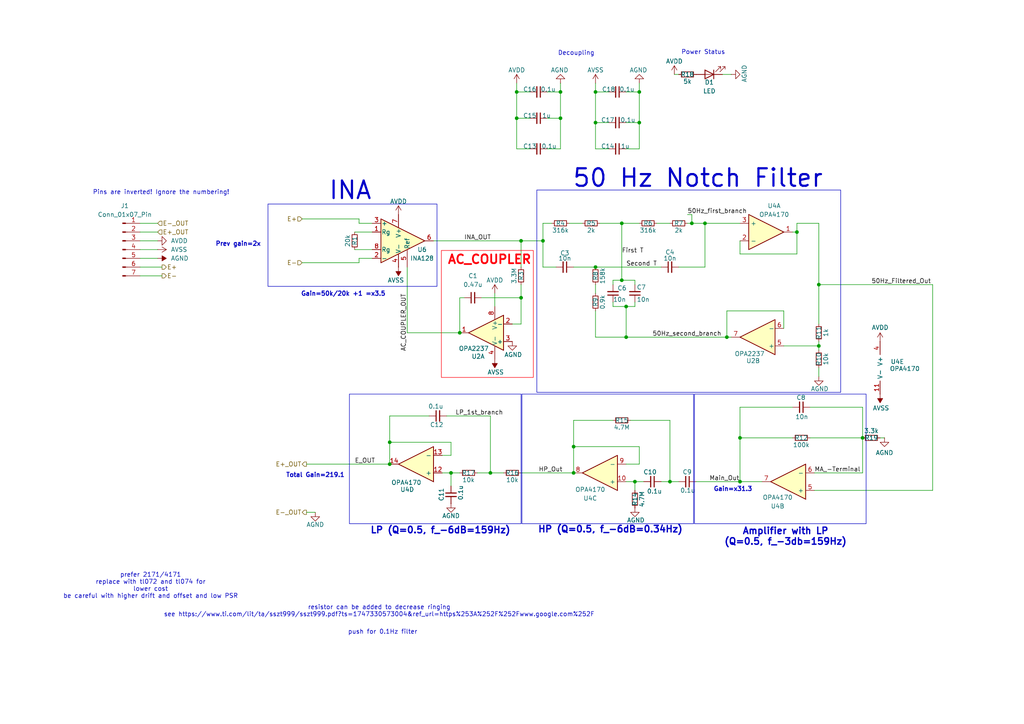
<source format=kicad_sch>
(kicad_sch
	(version 20250114)
	(generator "eeschema")
	(generator_version "9.0")
	(uuid "af4de567-cae2-4f77-ae99-18a1f928db6c")
	(paper "A4")
	(lib_symbols
		(symbol "ADS1298_EEG_LIB:AVDD"
			(power)
			(exclude_from_sim no)
			(in_bom no)
			(on_board no)
			(property "Reference" "#PWR"
				(at 0 -1.524 0)
				(effects
					(font
						(size 1.27 1.27)
					)
					(hide yes)
				)
			)
			(property "Value" "AVDD"
				(at 0.254 3.81 0)
				(effects
					(font
						(size 1.27 1.27)
					)
				)
			)
			(property "Footprint" ""
				(at 0 0 0)
				(effects
					(font
						(size 1.27 1.27)
					)
					(hide yes)
				)
			)
			(property "Datasheet" ""
				(at 0 0 0)
				(effects
					(font
						(size 1.27 1.27)
					)
					(hide yes)
				)
			)
			(property "Description" ""
				(at 0 0 0)
				(effects
					(font
						(size 1.27 1.27)
					)
					(hide yes)
				)
			)
			(symbol "AVDD_0_1"
				(polyline
					(pts
						(xy -0.762 1.27) (xy 0 2.54)
					)
					(stroke
						(width 0)
						(type default)
					)
					(fill
						(type none)
					)
				)
				(polyline
					(pts
						(xy 0 2.54) (xy 0.762 1.27)
					)
					(stroke
						(width 0)
						(type default)
					)
					(fill
						(type none)
					)
				)
				(polyline
					(pts
						(xy 0 0) (xy 0 2.54)
					)
					(stroke
						(width 0)
						(type default)
					)
					(fill
						(type none)
					)
				)
			)
			(symbol "AVDD_1_1"
				(pin power_in line
					(at 0 0 90)
					(length 2.54)
					(hide yes)
					(name "AVDD"
						(effects
							(font
								(size 1.27 1.27)
							)
						)
					)
					(number ""
						(effects
							(font
								(size 1.27 1.27)
							)
						)
					)
				)
			)
			(embedded_fonts no)
		)
		(symbol "Amplifier_Instrumentation:INA128"
			(pin_names
				(offset 0.127)
			)
			(exclude_from_sim no)
			(in_bom yes)
			(on_board yes)
			(property "Reference" "U"
				(at 3.81 3.175 0)
				(effects
					(font
						(size 1.27 1.27)
					)
					(justify left)
				)
			)
			(property "Value" "INA128"
				(at 3.81 -3.175 0)
				(effects
					(font
						(size 1.27 1.27)
					)
					(justify left)
				)
			)
			(property "Footprint" ""
				(at 2.54 0 0)
				(effects
					(font
						(size 1.27 1.27)
					)
					(hide yes)
				)
			)
			(property "Datasheet" "http://www.ti.com/lit/ds/symlink/ina128.pdf"
				(at 2.54 0 0)
				(effects
					(font
						(size 1.27 1.27)
					)
					(hide yes)
				)
			)
			(property "Description" "Precision, Low Power Instrumentation Amplifier G = 1 + 50kOhm/Rg, DIP-8/SOIC-8"
				(at 0 0 0)
				(effects
					(font
						(size 1.27 1.27)
					)
					(hide yes)
				)
			)
			(property "ki_keywords" "instrumentation opamp"
				(at 0 0 0)
				(effects
					(font
						(size 1.27 1.27)
					)
					(hide yes)
				)
			)
			(property "ki_fp_filters" "DIP*W7.62mm* SOIC*P1.27mm*"
				(at 0 0 0)
				(effects
					(font
						(size 1.27 1.27)
					)
					(hide yes)
				)
			)
			(symbol "INA128_0_1"
				(polyline
					(pts
						(xy 7.62 0) (xy -5.08 6.35) (xy -5.08 -6.35) (xy 7.62 0)
					)
					(stroke
						(width 0.254)
						(type default)
					)
					(fill
						(type background)
					)
				)
			)
			(symbol "INA128_1_1"
				(pin input line
					(at -7.62 5.08 0)
					(length 2.54)
					(name "+"
						(effects
							(font
								(size 1.27 1.27)
							)
						)
					)
					(number "3"
						(effects
							(font
								(size 1.27 1.27)
							)
						)
					)
				)
				(pin passive line
					(at -7.62 2.54 0)
					(length 2.54)
					(name "Rg"
						(effects
							(font
								(size 1.27 1.27)
							)
						)
					)
					(number "1"
						(effects
							(font
								(size 1.27 1.27)
							)
						)
					)
				)
				(pin passive line
					(at -7.62 -2.54 0)
					(length 2.54)
					(name "Rg"
						(effects
							(font
								(size 1.27 1.27)
							)
						)
					)
					(number "8"
						(effects
							(font
								(size 1.27 1.27)
							)
						)
					)
				)
				(pin input line
					(at -7.62 -5.08 0)
					(length 2.54)
					(name "-"
						(effects
							(font
								(size 1.27 1.27)
							)
						)
					)
					(number "2"
						(effects
							(font
								(size 1.27 1.27)
							)
						)
					)
				)
				(pin power_in line
					(at 0 7.62 270)
					(length 3.81)
					(name "V+"
						(effects
							(font
								(size 1.27 1.27)
							)
						)
					)
					(number "7"
						(effects
							(font
								(size 1.27 1.27)
							)
						)
					)
				)
				(pin power_in line
					(at 0 -7.62 90)
					(length 3.81)
					(name "V-"
						(effects
							(font
								(size 1.27 1.27)
							)
						)
					)
					(number "4"
						(effects
							(font
								(size 1.27 1.27)
							)
						)
					)
				)
				(pin input line
					(at 2.54 -7.62 90)
					(length 5.08)
					(name "Ref"
						(effects
							(font
								(size 1.27 1.27)
							)
						)
					)
					(number "5"
						(effects
							(font
								(size 1.27 1.27)
							)
						)
					)
				)
				(pin output line
					(at 10.16 0 180)
					(length 2.54)
					(name "~"
						(effects
							(font
								(size 1.27 1.27)
							)
						)
					)
					(number "6"
						(effects
							(font
								(size 1.27 1.27)
							)
						)
					)
				)
			)
			(embedded_fonts no)
		)
		(symbol "Amplifier_Operational:OPA2197xD"
			(pin_names
				(offset 0.127)
			)
			(exclude_from_sim no)
			(in_bom yes)
			(on_board yes)
			(property "Reference" "U"
				(at 2.54 6.35 0)
				(effects
					(font
						(size 1.27 1.27)
					)
					(justify left)
				)
			)
			(property "Value" "OPA2197xD"
				(at 2.54 3.81 0)
				(effects
					(font
						(size 1.27 1.27)
					)
					(justify left)
				)
			)
			(property "Footprint" "Package_SO:SOIC-8_3.9x4.9mm_P1.27mm"
				(at 2.54 0 0)
				(effects
					(font
						(size 1.27 1.27)
					)
					(hide yes)
				)
			)
			(property "Datasheet" "http://www.ti.com/lit/ds/symlink/opa2197.pdf"
				(at 6.35 3.81 0)
				(effects
					(font
						(size 1.27 1.27)
					)
					(hide yes)
				)
			)
			(property "Description" "Dual 36V, Precision, Rail-to-Rail Input/Output, Low Offset Voltage, Operational Amplifier, SOIC-8"
				(at 0 0 0)
				(effects
					(font
						(size 1.27 1.27)
					)
					(hide yes)
				)
			)
			(property "ki_locked" ""
				(at 0 0 0)
				(effects
					(font
						(size 1.27 1.27)
					)
				)
			)
			(property "ki_keywords" "dual opamp rtor"
				(at 0 0 0)
				(effects
					(font
						(size 1.27 1.27)
					)
					(hide yes)
				)
			)
			(property "ki_fp_filters" "SOIC*3.9x4.9mm*P1.27mm*"
				(at 0 0 0)
				(effects
					(font
						(size 1.27 1.27)
					)
					(hide yes)
				)
			)
			(symbol "OPA2197xD_1_1"
				(polyline
					(pts
						(xy 5.08 0) (xy -5.08 5.08) (xy -5.08 -5.08) (xy 5.08 0)
					)
					(stroke
						(width 0.254)
						(type default)
					)
					(fill
						(type background)
					)
				)
				(pin input line
					(at -7.62 2.54 0)
					(length 2.54)
					(name "+"
						(effects
							(font
								(size 1.27 1.27)
							)
						)
					)
					(number "3"
						(effects
							(font
								(size 1.27 1.27)
							)
						)
					)
				)
				(pin input line
					(at -7.62 -2.54 0)
					(length 2.54)
					(name "-"
						(effects
							(font
								(size 1.27 1.27)
							)
						)
					)
					(number "2"
						(effects
							(font
								(size 1.27 1.27)
							)
						)
					)
				)
				(pin output line
					(at 7.62 0 180)
					(length 2.54)
					(name "~"
						(effects
							(font
								(size 1.27 1.27)
							)
						)
					)
					(number "1"
						(effects
							(font
								(size 1.27 1.27)
							)
						)
					)
				)
			)
			(symbol "OPA2197xD_2_1"
				(polyline
					(pts
						(xy 5.08 0) (xy -5.08 5.08) (xy -5.08 -5.08) (xy 5.08 0)
					)
					(stroke
						(width 0.254)
						(type default)
					)
					(fill
						(type background)
					)
				)
				(pin input line
					(at -7.62 2.54 0)
					(length 2.54)
					(name "+"
						(effects
							(font
								(size 1.27 1.27)
							)
						)
					)
					(number "5"
						(effects
							(font
								(size 1.27 1.27)
							)
						)
					)
				)
				(pin input line
					(at -7.62 -2.54 0)
					(length 2.54)
					(name "-"
						(effects
							(font
								(size 1.27 1.27)
							)
						)
					)
					(number "6"
						(effects
							(font
								(size 1.27 1.27)
							)
						)
					)
				)
				(pin output line
					(at 7.62 0 180)
					(length 2.54)
					(name "~"
						(effects
							(font
								(size 1.27 1.27)
							)
						)
					)
					(number "7"
						(effects
							(font
								(size 1.27 1.27)
							)
						)
					)
				)
			)
			(symbol "OPA2197xD_3_1"
				(pin power_in line
					(at 0 7.62 270)
					(length 3.81)
					(name "V+"
						(effects
							(font
								(size 1.27 1.27)
							)
						)
					)
					(number "8"
						(effects
							(font
								(size 1.27 1.27)
							)
						)
					)
				)
				(pin power_in line
					(at 0 -7.62 90)
					(length 3.81)
					(name "V-"
						(effects
							(font
								(size 1.27 1.27)
							)
						)
					)
					(number "4"
						(effects
							(font
								(size 1.27 1.27)
							)
						)
					)
				)
			)
			(embedded_fonts no)
		)
		(symbol "Amplifier_Operational:OPA4197xD"
			(exclude_from_sim no)
			(in_bom yes)
			(on_board yes)
			(property "Reference" "U"
				(at 0 3.81 0)
				(effects
					(font
						(size 1.27 1.27)
					)
					(justify left)
				)
			)
			(property "Value" "OPA4197xD"
				(at 0 -3.81 0)
				(effects
					(font
						(size 1.27 1.27)
					)
					(justify left)
				)
			)
			(property "Footprint" "Package_SO:SOIC-14_3.9x8.7mm_P1.27mm"
				(at 0 0 0)
				(effects
					(font
						(size 1.27 1.27)
					)
					(hide yes)
				)
			)
			(property "Datasheet" "http://www.ti.com/lit/ds/symlink/opa4197.pdf"
				(at 0 0 0)
				(effects
					(font
						(size 1.27 1.27)
					)
					(hide yes)
				)
			)
			(property "Description" "Quad 36V, Precision, Rail-to-Rail Input/Output, Low Offset Voltage, Operational Amplifier, SOIC-14"
				(at 0 0 0)
				(effects
					(font
						(size 1.27 1.27)
					)
					(hide yes)
				)
			)
			(property "ki_locked" ""
				(at 0 0 0)
				(effects
					(font
						(size 1.27 1.27)
					)
				)
			)
			(property "ki_keywords" "quad opamp rtor"
				(at 0 0 0)
				(effects
					(font
						(size 1.27 1.27)
					)
					(hide yes)
				)
			)
			(property "ki_fp_filters" "SOIC*3.9x8.7mm*P1.27mm*"
				(at 0 0 0)
				(effects
					(font
						(size 1.27 1.27)
					)
					(hide yes)
				)
			)
			(symbol "OPA4197xD_1_1"
				(polyline
					(pts
						(xy -5.08 5.08) (xy 5.08 0) (xy -5.08 -5.08) (xy -5.08 5.08)
					)
					(stroke
						(width 0.254)
						(type default)
					)
					(fill
						(type background)
					)
				)
				(pin input line
					(at -7.62 2.54 0)
					(length 2.54)
					(name "+"
						(effects
							(font
								(size 1.27 1.27)
							)
						)
					)
					(number "3"
						(effects
							(font
								(size 1.27 1.27)
							)
						)
					)
				)
				(pin input line
					(at -7.62 -2.54 0)
					(length 2.54)
					(name "-"
						(effects
							(font
								(size 1.27 1.27)
							)
						)
					)
					(number "2"
						(effects
							(font
								(size 1.27 1.27)
							)
						)
					)
				)
				(pin output line
					(at 7.62 0 180)
					(length 2.54)
					(name "~"
						(effects
							(font
								(size 1.27 1.27)
							)
						)
					)
					(number "1"
						(effects
							(font
								(size 1.27 1.27)
							)
						)
					)
				)
			)
			(symbol "OPA4197xD_2_1"
				(polyline
					(pts
						(xy -5.08 5.08) (xy 5.08 0) (xy -5.08 -5.08) (xy -5.08 5.08)
					)
					(stroke
						(width 0.254)
						(type default)
					)
					(fill
						(type background)
					)
				)
				(pin input line
					(at -7.62 2.54 0)
					(length 2.54)
					(name "+"
						(effects
							(font
								(size 1.27 1.27)
							)
						)
					)
					(number "5"
						(effects
							(font
								(size 1.27 1.27)
							)
						)
					)
				)
				(pin input line
					(at -7.62 -2.54 0)
					(length 2.54)
					(name "-"
						(effects
							(font
								(size 1.27 1.27)
							)
						)
					)
					(number "6"
						(effects
							(font
								(size 1.27 1.27)
							)
						)
					)
				)
				(pin output line
					(at 7.62 0 180)
					(length 2.54)
					(name "~"
						(effects
							(font
								(size 1.27 1.27)
							)
						)
					)
					(number "7"
						(effects
							(font
								(size 1.27 1.27)
							)
						)
					)
				)
			)
			(symbol "OPA4197xD_3_1"
				(polyline
					(pts
						(xy -5.08 5.08) (xy 5.08 0) (xy -5.08 -5.08) (xy -5.08 5.08)
					)
					(stroke
						(width 0.254)
						(type default)
					)
					(fill
						(type background)
					)
				)
				(pin input line
					(at -7.62 2.54 0)
					(length 2.54)
					(name "+"
						(effects
							(font
								(size 1.27 1.27)
							)
						)
					)
					(number "10"
						(effects
							(font
								(size 1.27 1.27)
							)
						)
					)
				)
				(pin input line
					(at -7.62 -2.54 0)
					(length 2.54)
					(name "-"
						(effects
							(font
								(size 1.27 1.27)
							)
						)
					)
					(number "9"
						(effects
							(font
								(size 1.27 1.27)
							)
						)
					)
				)
				(pin output line
					(at 7.62 0 180)
					(length 2.54)
					(name "~"
						(effects
							(font
								(size 1.27 1.27)
							)
						)
					)
					(number "8"
						(effects
							(font
								(size 1.27 1.27)
							)
						)
					)
				)
			)
			(symbol "OPA4197xD_4_1"
				(polyline
					(pts
						(xy -5.08 5.08) (xy 5.08 0) (xy -5.08 -5.08) (xy -5.08 5.08)
					)
					(stroke
						(width 0.254)
						(type default)
					)
					(fill
						(type background)
					)
				)
				(pin input line
					(at -7.62 2.54 0)
					(length 2.54)
					(name "+"
						(effects
							(font
								(size 1.27 1.27)
							)
						)
					)
					(number "12"
						(effects
							(font
								(size 1.27 1.27)
							)
						)
					)
				)
				(pin input line
					(at -7.62 -2.54 0)
					(length 2.54)
					(name "-"
						(effects
							(font
								(size 1.27 1.27)
							)
						)
					)
					(number "13"
						(effects
							(font
								(size 1.27 1.27)
							)
						)
					)
				)
				(pin output line
					(at 7.62 0 180)
					(length 2.54)
					(name "~"
						(effects
							(font
								(size 1.27 1.27)
							)
						)
					)
					(number "14"
						(effects
							(font
								(size 1.27 1.27)
							)
						)
					)
				)
			)
			(symbol "OPA4197xD_5_1"
				(pin power_in line
					(at -2.54 7.62 270)
					(length 3.81)
					(name "V+"
						(effects
							(font
								(size 1.27 1.27)
							)
						)
					)
					(number "4"
						(effects
							(font
								(size 1.27 1.27)
							)
						)
					)
				)
				(pin power_in line
					(at -2.54 -7.62 90)
					(length 3.81)
					(name "V-"
						(effects
							(font
								(size 1.27 1.27)
							)
						)
					)
					(number "11"
						(effects
							(font
								(size 1.27 1.27)
							)
						)
					)
				)
			)
			(embedded_fonts no)
		)
		(symbol "Connector:Conn_01x07_Pin"
			(pin_names
				(offset 1.016)
				(hide yes)
			)
			(exclude_from_sim no)
			(in_bom yes)
			(on_board yes)
			(property "Reference" "J"
				(at 0 10.16 0)
				(effects
					(font
						(size 1.27 1.27)
					)
				)
			)
			(property "Value" "Conn_01x07_Pin"
				(at 0 -10.16 0)
				(effects
					(font
						(size 1.27 1.27)
					)
				)
			)
			(property "Footprint" ""
				(at 0 0 0)
				(effects
					(font
						(size 1.27 1.27)
					)
					(hide yes)
				)
			)
			(property "Datasheet" "~"
				(at 0 0 0)
				(effects
					(font
						(size 1.27 1.27)
					)
					(hide yes)
				)
			)
			(property "Description" "Generic connector, single row, 01x07, script generated"
				(at 0 0 0)
				(effects
					(font
						(size 1.27 1.27)
					)
					(hide yes)
				)
			)
			(property "ki_locked" ""
				(at 0 0 0)
				(effects
					(font
						(size 1.27 1.27)
					)
				)
			)
			(property "ki_keywords" "connector"
				(at 0 0 0)
				(effects
					(font
						(size 1.27 1.27)
					)
					(hide yes)
				)
			)
			(property "ki_fp_filters" "Connector*:*_1x??_*"
				(at 0 0 0)
				(effects
					(font
						(size 1.27 1.27)
					)
					(hide yes)
				)
			)
			(symbol "Conn_01x07_Pin_1_1"
				(rectangle
					(start 0.8636 7.747)
					(end 0 7.493)
					(stroke
						(width 0.1524)
						(type default)
					)
					(fill
						(type outline)
					)
				)
				(rectangle
					(start 0.8636 5.207)
					(end 0 4.953)
					(stroke
						(width 0.1524)
						(type default)
					)
					(fill
						(type outline)
					)
				)
				(rectangle
					(start 0.8636 2.667)
					(end 0 2.413)
					(stroke
						(width 0.1524)
						(type default)
					)
					(fill
						(type outline)
					)
				)
				(rectangle
					(start 0.8636 0.127)
					(end 0 -0.127)
					(stroke
						(width 0.1524)
						(type default)
					)
					(fill
						(type outline)
					)
				)
				(rectangle
					(start 0.8636 -2.413)
					(end 0 -2.667)
					(stroke
						(width 0.1524)
						(type default)
					)
					(fill
						(type outline)
					)
				)
				(rectangle
					(start 0.8636 -4.953)
					(end 0 -5.207)
					(stroke
						(width 0.1524)
						(type default)
					)
					(fill
						(type outline)
					)
				)
				(rectangle
					(start 0.8636 -7.493)
					(end 0 -7.747)
					(stroke
						(width 0.1524)
						(type default)
					)
					(fill
						(type outline)
					)
				)
				(polyline
					(pts
						(xy 1.27 7.62) (xy 0.8636 7.62)
					)
					(stroke
						(width 0.1524)
						(type default)
					)
					(fill
						(type none)
					)
				)
				(polyline
					(pts
						(xy 1.27 5.08) (xy 0.8636 5.08)
					)
					(stroke
						(width 0.1524)
						(type default)
					)
					(fill
						(type none)
					)
				)
				(polyline
					(pts
						(xy 1.27 2.54) (xy 0.8636 2.54)
					)
					(stroke
						(width 0.1524)
						(type default)
					)
					(fill
						(type none)
					)
				)
				(polyline
					(pts
						(xy 1.27 0) (xy 0.8636 0)
					)
					(stroke
						(width 0.1524)
						(type default)
					)
					(fill
						(type none)
					)
				)
				(polyline
					(pts
						(xy 1.27 -2.54) (xy 0.8636 -2.54)
					)
					(stroke
						(width 0.1524)
						(type default)
					)
					(fill
						(type none)
					)
				)
				(polyline
					(pts
						(xy 1.27 -5.08) (xy 0.8636 -5.08)
					)
					(stroke
						(width 0.1524)
						(type default)
					)
					(fill
						(type none)
					)
				)
				(polyline
					(pts
						(xy 1.27 -7.62) (xy 0.8636 -7.62)
					)
					(stroke
						(width 0.1524)
						(type default)
					)
					(fill
						(type none)
					)
				)
				(pin passive line
					(at 5.08 7.62 180)
					(length 3.81)
					(name "Pin_1"
						(effects
							(font
								(size 1.27 1.27)
							)
						)
					)
					(number "1"
						(effects
							(font
								(size 1.27 1.27)
							)
						)
					)
				)
				(pin passive line
					(at 5.08 5.08 180)
					(length 3.81)
					(name "Pin_2"
						(effects
							(font
								(size 1.27 1.27)
							)
						)
					)
					(number "2"
						(effects
							(font
								(size 1.27 1.27)
							)
						)
					)
				)
				(pin passive line
					(at 5.08 2.54 180)
					(length 3.81)
					(name "Pin_3"
						(effects
							(font
								(size 1.27 1.27)
							)
						)
					)
					(number "3"
						(effects
							(font
								(size 1.27 1.27)
							)
						)
					)
				)
				(pin passive line
					(at 5.08 0 180)
					(length 3.81)
					(name "Pin_4"
						(effects
							(font
								(size 1.27 1.27)
							)
						)
					)
					(number "4"
						(effects
							(font
								(size 1.27 1.27)
							)
						)
					)
				)
				(pin passive line
					(at 5.08 -2.54 180)
					(length 3.81)
					(name "Pin_5"
						(effects
							(font
								(size 1.27 1.27)
							)
						)
					)
					(number "5"
						(effects
							(font
								(size 1.27 1.27)
							)
						)
					)
				)
				(pin passive line
					(at 5.08 -5.08 180)
					(length 3.81)
					(name "Pin_6"
						(effects
							(font
								(size 1.27 1.27)
							)
						)
					)
					(number "6"
						(effects
							(font
								(size 1.27 1.27)
							)
						)
					)
				)
				(pin passive line
					(at 5.08 -7.62 180)
					(length 3.81)
					(name "Pin_7"
						(effects
							(font
								(size 1.27 1.27)
							)
						)
					)
					(number "7"
						(effects
							(font
								(size 1.27 1.27)
							)
						)
					)
				)
			)
			(embedded_fonts no)
		)
		(symbol "Device:C_Small"
			(pin_numbers
				(hide yes)
			)
			(pin_names
				(offset 0.254)
				(hide yes)
			)
			(exclude_from_sim no)
			(in_bom yes)
			(on_board yes)
			(property "Reference" "C"
				(at 0.254 1.778 0)
				(effects
					(font
						(size 1.27 1.27)
					)
					(justify left)
				)
			)
			(property "Value" "C_Small"
				(at 0.254 -2.032 0)
				(effects
					(font
						(size 1.27 1.27)
					)
					(justify left)
				)
			)
			(property "Footprint" ""
				(at 0 0 0)
				(effects
					(font
						(size 1.27 1.27)
					)
					(hide yes)
				)
			)
			(property "Datasheet" "~"
				(at 0 0 0)
				(effects
					(font
						(size 1.27 1.27)
					)
					(hide yes)
				)
			)
			(property "Description" "Unpolarized capacitor, small symbol"
				(at 0 0 0)
				(effects
					(font
						(size 1.27 1.27)
					)
					(hide yes)
				)
			)
			(property "ki_keywords" "capacitor cap"
				(at 0 0 0)
				(effects
					(font
						(size 1.27 1.27)
					)
					(hide yes)
				)
			)
			(property "ki_fp_filters" "C_*"
				(at 0 0 0)
				(effects
					(font
						(size 1.27 1.27)
					)
					(hide yes)
				)
			)
			(symbol "C_Small_0_1"
				(polyline
					(pts
						(xy -1.524 0.508) (xy 1.524 0.508)
					)
					(stroke
						(width 0.3048)
						(type default)
					)
					(fill
						(type none)
					)
				)
				(polyline
					(pts
						(xy -1.524 -0.508) (xy 1.524 -0.508)
					)
					(stroke
						(width 0.3302)
						(type default)
					)
					(fill
						(type none)
					)
				)
			)
			(symbol "C_Small_1_1"
				(pin passive line
					(at 0 2.54 270)
					(length 2.032)
					(name "~"
						(effects
							(font
								(size 1.27 1.27)
							)
						)
					)
					(number "1"
						(effects
							(font
								(size 1.27 1.27)
							)
						)
					)
				)
				(pin passive line
					(at 0 -2.54 90)
					(length 2.032)
					(name "~"
						(effects
							(font
								(size 1.27 1.27)
							)
						)
					)
					(number "2"
						(effects
							(font
								(size 1.27 1.27)
							)
						)
					)
				)
			)
			(embedded_fonts no)
		)
		(symbol "Device:LED"
			(pin_numbers
				(hide yes)
			)
			(pin_names
				(offset 1.016)
				(hide yes)
			)
			(exclude_from_sim no)
			(in_bom yes)
			(on_board yes)
			(property "Reference" "D"
				(at 0 2.54 0)
				(effects
					(font
						(size 1.27 1.27)
					)
				)
			)
			(property "Value" "LED"
				(at 0 -2.54 0)
				(effects
					(font
						(size 1.27 1.27)
					)
				)
			)
			(property "Footprint" ""
				(at 0 0 0)
				(effects
					(font
						(size 1.27 1.27)
					)
					(hide yes)
				)
			)
			(property "Datasheet" "~"
				(at 0 0 0)
				(effects
					(font
						(size 1.27 1.27)
					)
					(hide yes)
				)
			)
			(property "Description" "Light emitting diode"
				(at 0 0 0)
				(effects
					(font
						(size 1.27 1.27)
					)
					(hide yes)
				)
			)
			(property "Sim.Pins" "1=K 2=A"
				(at 0 0 0)
				(effects
					(font
						(size 1.27 1.27)
					)
					(hide yes)
				)
			)
			(property "ki_keywords" "LED diode"
				(at 0 0 0)
				(effects
					(font
						(size 1.27 1.27)
					)
					(hide yes)
				)
			)
			(property "ki_fp_filters" "LED* LED_SMD:* LED_THT:*"
				(at 0 0 0)
				(effects
					(font
						(size 1.27 1.27)
					)
					(hide yes)
				)
			)
			(symbol "LED_0_1"
				(polyline
					(pts
						(xy -3.048 -0.762) (xy -4.572 -2.286) (xy -3.81 -2.286) (xy -4.572 -2.286) (xy -4.572 -1.524)
					)
					(stroke
						(width 0)
						(type default)
					)
					(fill
						(type none)
					)
				)
				(polyline
					(pts
						(xy -1.778 -0.762) (xy -3.302 -2.286) (xy -2.54 -2.286) (xy -3.302 -2.286) (xy -3.302 -1.524)
					)
					(stroke
						(width 0)
						(type default)
					)
					(fill
						(type none)
					)
				)
				(polyline
					(pts
						(xy -1.27 0) (xy 1.27 0)
					)
					(stroke
						(width 0)
						(type default)
					)
					(fill
						(type none)
					)
				)
				(polyline
					(pts
						(xy -1.27 -1.27) (xy -1.27 1.27)
					)
					(stroke
						(width 0.254)
						(type default)
					)
					(fill
						(type none)
					)
				)
				(polyline
					(pts
						(xy 1.27 -1.27) (xy 1.27 1.27) (xy -1.27 0) (xy 1.27 -1.27)
					)
					(stroke
						(width 0.254)
						(type default)
					)
					(fill
						(type none)
					)
				)
			)
			(symbol "LED_1_1"
				(pin passive line
					(at -3.81 0 0)
					(length 2.54)
					(name "K"
						(effects
							(font
								(size 1.27 1.27)
							)
						)
					)
					(number "1"
						(effects
							(font
								(size 1.27 1.27)
							)
						)
					)
				)
				(pin passive line
					(at 3.81 0 180)
					(length 2.54)
					(name "A"
						(effects
							(font
								(size 1.27 1.27)
							)
						)
					)
					(number "2"
						(effects
							(font
								(size 1.27 1.27)
							)
						)
					)
				)
			)
			(embedded_fonts no)
		)
		(symbol "Device:R_Small"
			(pin_numbers
				(hide yes)
			)
			(pin_names
				(offset 0.254)
				(hide yes)
			)
			(exclude_from_sim no)
			(in_bom yes)
			(on_board yes)
			(property "Reference" "R"
				(at 0.762 0.508 0)
				(effects
					(font
						(size 1.27 1.27)
					)
					(justify left)
				)
			)
			(property "Value" "R_Small"
				(at 0.762 -1.016 0)
				(effects
					(font
						(size 1.27 1.27)
					)
					(justify left)
				)
			)
			(property "Footprint" ""
				(at 0 0 0)
				(effects
					(font
						(size 1.27 1.27)
					)
					(hide yes)
				)
			)
			(property "Datasheet" "~"
				(at 0 0 0)
				(effects
					(font
						(size 1.27 1.27)
					)
					(hide yes)
				)
			)
			(property "Description" "Resistor, small symbol"
				(at 0 0 0)
				(effects
					(font
						(size 1.27 1.27)
					)
					(hide yes)
				)
			)
			(property "ki_keywords" "R resistor"
				(at 0 0 0)
				(effects
					(font
						(size 1.27 1.27)
					)
					(hide yes)
				)
			)
			(property "ki_fp_filters" "R_*"
				(at 0 0 0)
				(effects
					(font
						(size 1.27 1.27)
					)
					(hide yes)
				)
			)
			(symbol "R_Small_0_1"
				(rectangle
					(start -0.762 1.778)
					(end 0.762 -1.778)
					(stroke
						(width 0.2032)
						(type default)
					)
					(fill
						(type none)
					)
				)
			)
			(symbol "R_Small_1_1"
				(pin passive line
					(at 0 2.54 270)
					(length 0.762)
					(name "~"
						(effects
							(font
								(size 1.27 1.27)
							)
						)
					)
					(number "1"
						(effects
							(font
								(size 1.27 1.27)
							)
						)
					)
				)
				(pin passive line
					(at 0 -2.54 90)
					(length 0.762)
					(name "~"
						(effects
							(font
								(size 1.27 1.27)
							)
						)
					)
					(number "2"
						(effects
							(font
								(size 1.27 1.27)
							)
						)
					)
				)
			)
			(embedded_fonts no)
		)
		(symbol "power:+3V3"
			(power)
			(pin_numbers
				(hide yes)
			)
			(pin_names
				(offset 0)
				(hide yes)
			)
			(exclude_from_sim no)
			(in_bom yes)
			(on_board yes)
			(property "Reference" "#PWR"
				(at 0 -4.064 0)
				(effects
					(font
						(size 1.27 1.27)
					)
					(hide yes)
				)
			)
			(property "Value" "+3V3"
				(at -0.762 3.302 0)
				(effects
					(font
						(size 1.27 1.27)
					)
				)
			)
			(property "Footprint" ""
				(at 0 0 0)
				(effects
					(font
						(size 1.27 1.27)
					)
					(hide yes)
				)
			)
			(property "Datasheet" ""
				(at 0 0 0)
				(effects
					(font
						(size 1.27 1.27)
					)
					(hide yes)
				)
			)
			(property "Description" "Power symbol creates a global label with name \"+3V3\""
				(at -0.508 0.254 0)
				(effects
					(font
						(size 1.27 1.27)
					)
					(hide yes)
				)
			)
			(property "ki_keywords" "global power"
				(at 0 0 0)
				(effects
					(font
						(size 1.27 1.27)
					)
					(hide yes)
				)
			)
			(symbol "+3V3_0_1"
				(polyline
					(pts
						(xy -0.762 1.27) (xy 0 2.54)
					)
					(stroke
						(width 0)
						(type default)
					)
					(fill
						(type none)
					)
				)
				(polyline
					(pts
						(xy 0 2.54) (xy 0.762 1.27)
					)
					(stroke
						(width 0)
						(type default)
					)
					(fill
						(type none)
					)
				)
				(polyline
					(pts
						(xy 0 0) (xy 0 2.54)
					)
					(stroke
						(width 0)
						(type default)
					)
					(fill
						(type none)
					)
				)
			)
			(symbol "+3V3_1_1"
				(pin power_in line
					(at 0 0 90)
					(length 0)
					(name "~"
						(effects
							(font
								(size 1.27 1.27)
							)
						)
					)
					(number "1"
						(effects
							(font
								(size 1.27 1.27)
							)
						)
					)
				)
			)
			(embedded_fonts no)
		)
		(symbol "power:-3V3"
			(power)
			(pin_numbers
				(hide yes)
			)
			(pin_names
				(offset 0)
				(hide yes)
			)
			(exclude_from_sim no)
			(in_bom yes)
			(on_board yes)
			(property "Reference" "#PWR"
				(at 0 -3.81 0)
				(effects
					(font
						(size 1.27 1.27)
					)
					(hide yes)
				)
			)
			(property "Value" "-3V3"
				(at 0 3.556 0)
				(effects
					(font
						(size 1.27 1.27)
					)
				)
			)
			(property "Footprint" ""
				(at 0 0 0)
				(effects
					(font
						(size 1.27 1.27)
					)
					(hide yes)
				)
			)
			(property "Datasheet" ""
				(at 0 0 0)
				(effects
					(font
						(size 1.27 1.27)
					)
					(hide yes)
				)
			)
			(property "Description" "Power symbol creates a global label with name \"-3V3\""
				(at 0 0 0)
				(effects
					(font
						(size 1.27 1.27)
					)
					(hide yes)
				)
			)
			(property "ki_keywords" "global power"
				(at 0 0 0)
				(effects
					(font
						(size 1.27 1.27)
					)
					(hide yes)
				)
			)
			(symbol "-3V3_0_0"
				(pin power_in line
					(at 0 0 90)
					(length 0)
					(name "~"
						(effects
							(font
								(size 1.27 1.27)
							)
						)
					)
					(number "1"
						(effects
							(font
								(size 1.27 1.27)
							)
						)
					)
				)
			)
			(symbol "-3V3_0_1"
				(polyline
					(pts
						(xy 0 0) (xy 0 1.27) (xy 0.762 1.27) (xy 0 2.54) (xy -0.762 1.27) (xy 0 1.27)
					)
					(stroke
						(width 0)
						(type default)
					)
					(fill
						(type outline)
					)
				)
			)
			(embedded_fonts no)
		)
		(symbol "power:GND"
			(power)
			(pin_numbers
				(hide yes)
			)
			(pin_names
				(offset 0)
				(hide yes)
			)
			(exclude_from_sim no)
			(in_bom yes)
			(on_board yes)
			(property "Reference" "#PWR"
				(at 0 -6.35 0)
				(effects
					(font
						(size 1.27 1.27)
					)
					(hide yes)
				)
			)
			(property "Value" "GND"
				(at 0 -3.81 0)
				(effects
					(font
						(size 1.27 1.27)
					)
				)
			)
			(property "Footprint" ""
				(at 0 0 0)
				(effects
					(font
						(size 1.27 1.27)
					)
					(hide yes)
				)
			)
			(property "Datasheet" ""
				(at 0 0 0)
				(effects
					(font
						(size 1.27 1.27)
					)
					(hide yes)
				)
			)
			(property "Description" "Power symbol creates a global label with name \"GND\" , ground"
				(at 0 0 0)
				(effects
					(font
						(size 1.27 1.27)
					)
					(hide yes)
				)
			)
			(property "ki_keywords" "global power"
				(at 0 0 0)
				(effects
					(font
						(size 1.27 1.27)
					)
					(hide yes)
				)
			)
			(symbol "GND_0_1"
				(polyline
					(pts
						(xy 0 0) (xy 0 -1.27) (xy 1.27 -1.27) (xy 0 -2.54) (xy -1.27 -1.27) (xy 0 -1.27)
					)
					(stroke
						(width 0)
						(type default)
					)
					(fill
						(type none)
					)
				)
			)
			(symbol "GND_1_1"
				(pin power_in line
					(at 0 0 270)
					(length 0)
					(name "~"
						(effects
							(font
								(size 1.27 1.27)
							)
						)
					)
					(number "1"
						(effects
							(font
								(size 1.27 1.27)
							)
						)
					)
				)
			)
			(embedded_fonts no)
		)
	)
	(rectangle
		(start 101.346 114.3)
		(end 151.13 151.892)
		(stroke
			(width 0)
			(type default)
		)
		(fill
			(type none)
		)
		(uuid 1a8df37c-3f4c-44b4-a9ff-a720c61edfa0)
	)
	(rectangle
		(start 151.384 114.3)
		(end 201.168 151.892)
		(stroke
			(width 0)
			(type default)
		)
		(fill
			(type none)
		)
		(uuid 377f9070-a1ab-4188-9eec-3be97a9b9593)
	)
	(rectangle
		(start 201.422 114.3)
		(end 251.206 151.892)
		(stroke
			(width 0)
			(type default)
		)
		(fill
			(type none)
		)
		(uuid 6281cd1e-4e2d-45d9-a954-ba4abc692179)
	)
	(rectangle
		(start 77.724 59.182)
		(end 126.746 83.058)
		(stroke
			(width 0)
			(type default)
		)
		(fill
			(type none)
		)
		(uuid 763b7fd9-0a89-4f69-8893-84eee1e3b1e4)
	)
	(rectangle
		(start 155.702 55.118)
		(end 243.84 113.792)
		(stroke
			(width 0)
			(type default)
		)
		(fill
			(type none)
		)
		(uuid f2e1a4ee-5ba8-4704-b222-b6ede629441f)
	)
	(rectangle
		(start 128.016 72.644)
		(end 154.686 109.474)
		(stroke
			(width 0)
			(type solid)
			(color 255 0 11 1)
		)
		(fill
			(type none)
		)
		(uuid fb5706fa-678a-4144-8eae-d40541062e16)
	)
	(text "Gain=50k/20k +1 =x3.5\n"
		(exclude_from_sim no)
		(at 99.568 85.344 0)
		(effects
			(font
				(size 1.27 1.27)
				(thickness 0.254)
				(bold yes)
			)
		)
		(uuid "02786a99-9fdc-4182-9e51-a594f8eb8da6")
	)
	(text "HP (Q=0.5, f_-6dB=0.34Hz)"
		(exclude_from_sim no)
		(at 177.038 153.67 0)
		(effects
			(font
				(size 1.905 1.905)
				(thickness 0.381)
				(bold yes)
			)
		)
		(uuid "12427d37-3cb1-4a20-ad01-ded5aabe97e9")
	)
	(text "Total Gain=219.1 "
		(exclude_from_sim no)
		(at 91.948 137.922 0)
		(effects
			(font
				(size 1.27 1.27)
				(thickness 0.254)
				(bold yes)
			)
		)
		(uuid "19a992b0-f187-4f11-ac0a-48c864c9181e")
	)
	(text "resistor can be added to decrease ringing\nsee https://www.ti.com/lit/ta/sszt999/sszt999.pdf?ts=1747330573004&ref_url=https%253A%252F%252Fwww.google.com%252F"
		(exclude_from_sim no)
		(at 109.982 177.292 0)
		(effects
			(font
				(size 1.27 1.27)
			)
		)
		(uuid "1e03b3a6-1ddf-4071-a4e2-2c63c849b9ed")
	)
	(text "prefer 2171/4171\nreplace with tl072 and tl074 for\nlower cost\nbe careful with higher drift and offset and low PSR"
		(exclude_from_sim no)
		(at 43.688 169.926 0)
		(effects
			(font
				(size 1.27 1.27)
			)
		)
		(uuid "40b633af-6623-4e60-a041-66149402e9d3")
	)
	(text "LP (Q=0.5, f_-6dB=159Hz)"
		(exclude_from_sim no)
		(at 127.762 153.924 0)
		(effects
			(font
				(size 1.905 1.905)
				(thickness 0.381)
				(bold yes)
			)
		)
		(uuid "491d25cd-f778-4771-9485-8d119829851e")
	)
	(text "Gain=x31.3\n\n"
		(exclude_from_sim no)
		(at 212.598 143.002 0)
		(effects
			(font
				(size 1.27 1.27)
				(thickness 0.254)
				(bold yes)
			)
		)
		(uuid "60d07927-da62-40ff-b57a-73becfea4865")
	)
	(text "push for 0.1Hz filter"
		(exclude_from_sim no)
		(at 110.998 183.388 0)
		(effects
			(font
				(size 1.27 1.27)
			)
		)
		(uuid "6a5602e4-a858-43e7-a25d-3197007717d6")
	)
	(text "Pins are inverted! Ignore the numbering!"
		(exclude_from_sim no)
		(at 46.736 55.88 0)
		(effects
			(font
				(size 1.27 1.27)
			)
		)
		(uuid "76030c55-6cc9-4674-81c2-cd1fae33b330")
	)
	(text "Power Status"
		(exclude_from_sim no)
		(at 203.962 15.24 0)
		(effects
			(font
				(size 1.27 1.27)
			)
		)
		(uuid "7954b67b-e8f8-4de9-a84a-8c6330cd4f8b")
	)
	(text "INA\n"
		(exclude_from_sim no)
		(at 101.6 55.372 0)
		(effects
			(font
				(size 5.08 5.08)
				(thickness 0.635)
			)
		)
		(uuid "7ee18088-ce8a-4a53-99ae-e79d8d87e7a0")
	)
	(text "50 Hz Notch Filter\n"
		(exclude_from_sim no)
		(at 202.438 51.816 0)
		(effects
			(font
				(size 5.08 5.08)
				(thickness 0.635)
			)
		)
		(uuid "8d594933-8aa8-417e-834c-db81563e8c80")
	)
	(text "Decoupling"
		(exclude_from_sim no)
		(at 167.132 15.494 0)
		(effects
			(font
				(size 1.27 1.27)
			)
		)
		(uuid "96811032-5e4d-4daa-a404-65c1a74449dc")
	)
	(text "Amplifier with LP\n(Q=0.5, f_-3db=159Hz)\n"
		(exclude_from_sim no)
		(at 227.838 155.702 0)
		(effects
			(font
				(size 1.905 1.905)
				(thickness 0.381)
				(bold yes)
			)
		)
		(uuid "a23af526-bb28-4d24-a084-3e04f7474706")
	)
	(text "Prev gain=2x\n"
		(exclude_from_sim no)
		(at 69.088 70.866 0)
		(effects
			(font
				(size 1.27 1.27)
				(thickness 0.254)
				(bold yes)
			)
		)
		(uuid "f5abc39a-5be9-4655-be5c-ef7749c382ce")
	)
	(text "AC_COUPLER"
		(exclude_from_sim no)
		(at 141.986 75.438 0)
		(effects
			(font
				(size 2.54 2.54)
				(thickness 0.508)
				(bold yes)
				(color 255 0 8 1)
			)
		)
		(uuid "f9ea9a8d-d3ef-40cc-9dc5-422e4a242efc")
	)
	(junction
		(at 166.37 137.16)
		(diameter 0)
		(color 0 0 0 0)
		(uuid "0dc6ef69-5d75-4999-96b4-93c85805a1b1")
	)
	(junction
		(at 237.49 82.55)
		(diameter 0)
		(color 0 0 0 0)
		(uuid "1460bfd0-c409-438f-b38a-7014a7ab05dc")
	)
	(junction
		(at 194.31 139.7)
		(diameter 0)
		(color 0 0 0 0)
		(uuid "15f9f9c8-d073-4375-b2af-f36179f5b7a1")
	)
	(junction
		(at 231.14 67.31)
		(diameter 0)
		(color 0 0 0 0)
		(uuid "1ff01a75-5689-4b67-ae5a-8d4d0d34a1e5")
	)
	(junction
		(at 200.66 64.77)
		(diameter 0)
		(color 0 0 0 0)
		(uuid "21ce4c04-7a20-421d-ab2b-73b9e030fcb5")
	)
	(junction
		(at 157.48 69.85)
		(diameter 0)
		(color 0 0 0 0)
		(uuid "2b305ee8-0eb8-45f7-8ee9-17650d240db8")
	)
	(junction
		(at 151.13 86.36)
		(diameter 0)
		(color 0 0 0 0)
		(uuid "3699a3cc-7e19-4c27-961c-f34a1dfc9b01")
	)
	(junction
		(at 237.49 100.33)
		(diameter 0)
		(color 0 0 0 0)
		(uuid "3ae70323-83ea-42ef-a30f-c19d0d256678")
	)
	(junction
		(at 172.72 26.67)
		(diameter 0)
		(color 0 0 0 0)
		(uuid "507bea0c-4d10-4aae-bec2-483a4b62eda3")
	)
	(junction
		(at 130.81 137.16)
		(diameter 0)
		(color 0 0 0 0)
		(uuid "516d627b-bfd3-471a-9a4c-a53f0e0729ce")
	)
	(junction
		(at 185.42 35.56)
		(diameter 0)
		(color 0 0 0 0)
		(uuid "5250eead-076a-47e5-be00-e148f51294b5")
	)
	(junction
		(at 149.86 26.67)
		(diameter 0)
		(color 0 0 0 0)
		(uuid "6286cff1-6a41-4c3f-9b4d-4fa452a1642a")
	)
	(junction
		(at 204.47 64.77)
		(diameter 0)
		(color 0 0 0 0)
		(uuid "79e30a39-dd01-4ceb-b0e0-b3d8a44d1bd1")
	)
	(junction
		(at 181.61 88.9)
		(diameter 0)
		(color 0 0 0 0)
		(uuid "8889d727-b5f9-4aed-9396-de0ab12f9ac0")
	)
	(junction
		(at 181.61 97.79)
		(diameter 0)
		(color 0 0 0 0)
		(uuid "89df20f6-1f23-4b0d-bc47-0e6ce00d6545")
	)
	(junction
		(at 133.35 96.52)
		(diameter 0)
		(color 0 0 0 0)
		(uuid "8a39e8c2-e2c4-4337-978d-ec009b93b26f")
	)
	(junction
		(at 166.37 129.54)
		(diameter 0)
		(color 0 0 0 0)
		(uuid "95883559-71ad-4e1b-b08c-dc412189ab7c")
	)
	(junction
		(at 172.72 77.47)
		(diameter 0)
		(color 0 0 0 0)
		(uuid "98b75671-24f5-4024-980a-48aff4b7b9eb")
	)
	(junction
		(at 113.03 128.27)
		(diameter 0)
		(color 0 0 0 0)
		(uuid "a17f0474-8a25-44fd-8e7f-93ed1d9b2ff8")
	)
	(junction
		(at 151.13 69.85)
		(diameter 0)
		(color 0 0 0 0)
		(uuid "b75e70ec-82be-4526-bf8d-3af83b4a453f")
	)
	(junction
		(at 250.19 127)
		(diameter 0)
		(color 0 0 0 0)
		(uuid "be5290a3-8460-4dff-ab1b-161e2200fc0a")
	)
	(junction
		(at 172.72 35.56)
		(diameter 0)
		(color 0 0 0 0)
		(uuid "c26303fa-10c2-4896-8957-67da8baed516")
	)
	(junction
		(at 214.63 139.7)
		(diameter 0)
		(color 0 0 0 0)
		(uuid "ca7560f0-41e8-497c-88aa-6eb945a87b4e")
	)
	(junction
		(at 184.15 139.7)
		(diameter 0)
		(color 0 0 0 0)
		(uuid "cd1d71c8-51bf-454f-b067-be1a1a00c089")
	)
	(junction
		(at 180.34 64.77)
		(diameter 0)
		(color 0 0 0 0)
		(uuid "cf1f30df-eb38-41e0-b014-7cc415789673")
	)
	(junction
		(at 214.63 127)
		(diameter 0)
		(color 0 0 0 0)
		(uuid "d99fe658-7404-45e9-9ba5-40acd686a995")
	)
	(junction
		(at 149.86 34.29)
		(diameter 0)
		(color 0 0 0 0)
		(uuid "dcdceab4-e3a0-4373-9eea-1d6be472cc74")
	)
	(junction
		(at 180.34 81.28)
		(diameter 0)
		(color 0 0 0 0)
		(uuid "dd3cc9c6-52dd-4a2a-a798-b90a9bba0a1c")
	)
	(junction
		(at 142.24 137.16)
		(diameter 0)
		(color 0 0 0 0)
		(uuid "ec22c373-0907-435f-93b0-d048196c42bf")
	)
	(junction
		(at 162.56 26.67)
		(diameter 0)
		(color 0 0 0 0)
		(uuid "edfb1ebd-d02c-4998-8045-5364b50e6ccc")
	)
	(junction
		(at 185.42 26.67)
		(diameter 0)
		(color 0 0 0 0)
		(uuid "f4e80755-8079-4cc4-903f-639a0bb7beaf")
	)
	(junction
		(at 162.56 34.29)
		(diameter 0)
		(color 0 0 0 0)
		(uuid "f6023f71-e9ce-4b9e-9e19-40465cb505c4")
	)
	(junction
		(at 210.82 97.79)
		(diameter 0)
		(color 0 0 0 0)
		(uuid "f8c5a6c4-c3de-430f-9941-e2b493922a2e")
	)
	(junction
		(at 113.03 134.62)
		(diameter 0)
		(color 0 0 0 0)
		(uuid "fd868d65-136d-4453-a739-7967ca007175")
	)
	(wire
		(pts
			(xy 270.51 142.24) (xy 236.22 142.24)
		)
		(stroke
			(width 0)
			(type default)
		)
		(uuid "000519eb-e06f-4950-98d3-9263b471f5fd")
	)
	(wire
		(pts
			(xy 184.15 139.7) (xy 186.69 139.7)
		)
		(stroke
			(width 0)
			(type default)
		)
		(uuid "0080c878-64ca-47a1-a301-f6c3a0b832b2")
	)
	(wire
		(pts
			(xy 214.63 73.66) (xy 231.14 73.66)
		)
		(stroke
			(width 0)
			(type default)
		)
		(uuid "014b1ef1-92a1-47f1-90e1-858f0325d521")
	)
	(wire
		(pts
			(xy 177.8 121.92) (xy 166.37 121.92)
		)
		(stroke
			(width 0)
			(type default)
		)
		(uuid "016b8fb3-c0b0-4d35-82bd-b359f03198e3")
	)
	(wire
		(pts
			(xy 237.49 82.55) (xy 237.49 64.77)
		)
		(stroke
			(width 0)
			(type default)
		)
		(uuid "02f22713-baea-4c0a-b6d6-d08dc705e95e")
	)
	(wire
		(pts
			(xy 151.13 69.85) (xy 151.13 77.47)
		)
		(stroke
			(width 0)
			(type default)
		)
		(uuid "02fcdd26-8f97-42aa-9ab2-3d20b74aa320")
	)
	(wire
		(pts
			(xy 227.33 90.17) (xy 227.33 95.25)
		)
		(stroke
			(width 0)
			(type default)
		)
		(uuid "03a6f9d3-36ef-41f6-aa47-98fa8d9a7c4e")
	)
	(wire
		(pts
			(xy 214.63 118.11) (xy 229.87 118.11)
		)
		(stroke
			(width 0)
			(type default)
		)
		(uuid "0905654e-d1e6-4c0d-a59d-091e19460b98")
	)
	(wire
		(pts
			(xy 181.61 88.9) (xy 184.15 88.9)
		)
		(stroke
			(width 0)
			(type default)
		)
		(uuid "0a62c4ff-53ca-49da-b0d6-cde7d9cecd19")
	)
	(wire
		(pts
			(xy 151.13 86.36) (xy 151.13 93.98)
		)
		(stroke
			(width 0)
			(type default)
		)
		(uuid "0b05afa0-5528-46fb-904d-68383e85353b")
	)
	(wire
		(pts
			(xy 40.64 77.47) (xy 46.99 77.47)
		)
		(stroke
			(width 0)
			(type default)
		)
		(uuid "0b1b2509-dba9-49d1-8471-2cb64b9549ec")
	)
	(wire
		(pts
			(xy 237.49 99.06) (xy 237.49 100.33)
		)
		(stroke
			(width 0)
			(type default)
		)
		(uuid "0c1f347f-b25b-467d-bc2e-21a2c6409d5c")
	)
	(wire
		(pts
			(xy 130.81 137.16) (xy 130.81 140.97)
		)
		(stroke
			(width 0)
			(type default)
		)
		(uuid "0ddf1ca2-db57-4b83-91aa-a4b27a36017f")
	)
	(wire
		(pts
			(xy 128.27 137.16) (xy 130.81 137.16)
		)
		(stroke
			(width 0)
			(type default)
		)
		(uuid "0e81705d-e1c2-41af-b935-efd6b704ef21")
	)
	(wire
		(pts
			(xy 181.61 35.56) (xy 185.42 35.56)
		)
		(stroke
			(width 0)
			(type default)
		)
		(uuid "11adbbd4-8c8d-473b-a401-99134da912fd")
	)
	(wire
		(pts
			(xy 149.86 34.29) (xy 149.86 43.18)
		)
		(stroke
			(width 0)
			(type default)
		)
		(uuid "126dd56a-c0c0-4a22-9bff-76898ac49999")
	)
	(wire
		(pts
			(xy 180.34 64.77) (xy 185.42 64.77)
		)
		(stroke
			(width 0)
			(type default)
		)
		(uuid "12c56c7f-4c0d-4707-be4e-2918dd4f0554")
	)
	(wire
		(pts
			(xy 214.63 69.85) (xy 214.63 73.66)
		)
		(stroke
			(width 0)
			(type default)
		)
		(uuid "1362f4ac-9247-4a8c-8ae7-43ab3e14e159")
	)
	(wire
		(pts
			(xy 181.61 88.9) (xy 181.61 97.79)
		)
		(stroke
			(width 0)
			(type default)
		)
		(uuid "1a6e5f21-73cd-4e18-9858-bea537d314bc")
	)
	(wire
		(pts
			(xy 113.03 128.27) (xy 113.03 134.62)
		)
		(stroke
			(width 0)
			(type default)
		)
		(uuid "1b10c6eb-53f1-4923-8a7a-953a2460a26d")
	)
	(wire
		(pts
			(xy 142.24 137.16) (xy 146.05 137.16)
		)
		(stroke
			(width 0)
			(type default)
		)
		(uuid "1b80dd08-e19a-4262-b0e6-f3a7067268ae")
	)
	(wire
		(pts
			(xy 214.63 127) (xy 214.63 118.11)
		)
		(stroke
			(width 0)
			(type default)
		)
		(uuid "1bdeac05-9923-4a36-83a3-8a819279bdbe")
	)
	(wire
		(pts
			(xy 102.87 67.31) (xy 107.95 67.31)
		)
		(stroke
			(width 0)
			(type default)
		)
		(uuid "1be679af-50dc-4b2f-b836-ff3f2189b0ad")
	)
	(wire
		(pts
			(xy 182.88 121.92) (xy 194.31 121.92)
		)
		(stroke
			(width 0)
			(type default)
		)
		(uuid "1c49820b-2835-42aa-abf3-40fcaf1e24cb")
	)
	(wire
		(pts
			(xy 196.85 77.47) (xy 204.47 77.47)
		)
		(stroke
			(width 0)
			(type default)
		)
		(uuid "1c8beb84-80e5-46b7-a798-95bd7fa1e2cf")
	)
	(wire
		(pts
			(xy 195.58 21.59) (xy 196.85 21.59)
		)
		(stroke
			(width 0)
			(type default)
		)
		(uuid "20d7367e-baf9-4339-b02e-e8af8913e917")
	)
	(wire
		(pts
			(xy 157.48 69.85) (xy 157.48 77.47)
		)
		(stroke
			(width 0)
			(type default)
		)
		(uuid "219a0ef1-c2c6-4f88-903a-27c93d7c58dc")
	)
	(wire
		(pts
			(xy 184.15 87.63) (xy 184.15 88.9)
		)
		(stroke
			(width 0)
			(type default)
		)
		(uuid "21e7085b-2d4a-45f7-93f6-376e7fbfb67b")
	)
	(wire
		(pts
			(xy 157.48 77.47) (xy 161.29 77.47)
		)
		(stroke
			(width 0)
			(type default)
		)
		(uuid "260a6b04-a725-4351-a954-392a1e14c94b")
	)
	(wire
		(pts
			(xy 177.8 88.9) (xy 181.61 88.9)
		)
		(stroke
			(width 0)
			(type default)
		)
		(uuid "29c19ea9-33d8-4d2c-9b4a-1adf56ad4c6e")
	)
	(wire
		(pts
			(xy 173.99 64.77) (xy 180.34 64.77)
		)
		(stroke
			(width 0)
			(type default)
		)
		(uuid "2a3198b2-9fff-4e48-910b-04c117548c05")
	)
	(wire
		(pts
			(xy 166.37 121.92) (xy 166.37 129.54)
		)
		(stroke
			(width 0)
			(type default)
		)
		(uuid "2a7cbefb-4fd5-4914-801b-809cf4695d2a")
	)
	(wire
		(pts
			(xy 194.31 139.7) (xy 194.31 121.92)
		)
		(stroke
			(width 0)
			(type default)
		)
		(uuid "2af6824e-62bd-4760-bbf3-30ce05a09a0b")
	)
	(wire
		(pts
			(xy 234.95 118.11) (xy 250.19 118.11)
		)
		(stroke
			(width 0)
			(type default)
		)
		(uuid "2ba87a2a-3e60-4e05-9357-b223933766ea")
	)
	(wire
		(pts
			(xy 185.42 129.54) (xy 166.37 129.54)
		)
		(stroke
			(width 0)
			(type default)
		)
		(uuid "2cfd6bbc-ec2c-42e4-b06d-803c2e29f909")
	)
	(wire
		(pts
			(xy 204.47 64.77) (xy 204.47 77.47)
		)
		(stroke
			(width 0)
			(type default)
		)
		(uuid "2d6a7b90-2ef1-489e-b3c8-43a0e84ef705")
	)
	(wire
		(pts
			(xy 162.56 24.13) (xy 162.56 26.67)
		)
		(stroke
			(width 0)
			(type default)
		)
		(uuid "2d9f4024-f494-4219-9865-396e9069c753")
	)
	(wire
		(pts
			(xy 149.86 26.67) (xy 153.67 26.67)
		)
		(stroke
			(width 0)
			(type default)
		)
		(uuid "2f18f64d-f840-407e-8685-efe19637846d")
	)
	(wire
		(pts
			(xy 134.62 86.36) (xy 133.35 86.36)
		)
		(stroke
			(width 0)
			(type default)
		)
		(uuid "30c0d7ca-9c97-4532-9dfc-bd4dffdb2e2f")
	)
	(wire
		(pts
			(xy 270.51 82.55) (xy 270.51 142.24)
		)
		(stroke
			(width 0)
			(type default)
		)
		(uuid "3164ae23-4d5c-47ea-8018-3d6318bcd6f1")
	)
	(wire
		(pts
			(xy 149.86 34.29) (xy 153.67 34.29)
		)
		(stroke
			(width 0)
			(type default)
		)
		(uuid "32fae783-b10a-4ae2-b4aa-d080f7c1cf63")
	)
	(wire
		(pts
			(xy 151.13 93.98) (xy 148.59 93.98)
		)
		(stroke
			(width 0)
			(type default)
		)
		(uuid "3946d3a0-965b-4fa7-9bea-2e8b472fe042")
	)
	(wire
		(pts
			(xy 104.14 74.93) (xy 104.14 76.2)
		)
		(stroke
			(width 0)
			(type default)
		)
		(uuid "3b57149f-e9e6-4337-b833-fcbce11c7915")
	)
	(wire
		(pts
			(xy 181.61 26.67) (xy 185.42 26.67)
		)
		(stroke
			(width 0)
			(type default)
		)
		(uuid "3bc5b29b-5c63-4c32-a983-5515389e55d6")
	)
	(wire
		(pts
			(xy 133.35 86.36) (xy 133.35 96.52)
		)
		(stroke
			(width 0)
			(type default)
		)
		(uuid "3f590a15-ccdd-4416-9a67-3129cb48d650")
	)
	(wire
		(pts
			(xy 172.72 35.56) (xy 176.53 35.56)
		)
		(stroke
			(width 0)
			(type default)
		)
		(uuid "44dd2a6d-b440-4943-80e3-7c01229e5f67")
	)
	(wire
		(pts
			(xy 180.34 64.77) (xy 180.34 81.28)
		)
		(stroke
			(width 0)
			(type default)
		)
		(uuid "4a5f401d-11ed-4580-a640-397defacb975")
	)
	(wire
		(pts
			(xy 166.37 77.47) (xy 172.72 77.47)
		)
		(stroke
			(width 0)
			(type default)
		)
		(uuid "4e424157-2ca2-45ae-ab07-360762e3800d")
	)
	(wire
		(pts
			(xy 40.64 72.39) (xy 45.72 72.39)
		)
		(stroke
			(width 0)
			(type default)
		)
		(uuid "50841497-c08a-48b6-9cda-80ab8d42432e")
	)
	(wire
		(pts
			(xy 185.42 43.18) (xy 181.61 43.18)
		)
		(stroke
			(width 0)
			(type default)
		)
		(uuid "50bf7ffe-f864-427c-8e49-e9d445b7fab7")
	)
	(wire
		(pts
			(xy 151.13 69.85) (xy 157.48 69.85)
		)
		(stroke
			(width 0)
			(type default)
		)
		(uuid "5197dcc5-940d-4c02-830d-c3decd971977")
	)
	(wire
		(pts
			(xy 160.02 64.77) (xy 157.48 64.77)
		)
		(stroke
			(width 0)
			(type default)
		)
		(uuid "573c4e45-b0ae-4e3b-92b5-9304e6b4d67a")
	)
	(wire
		(pts
			(xy 231.14 73.66) (xy 231.14 67.31)
		)
		(stroke
			(width 0)
			(type default)
		)
		(uuid "5c30b8ba-9024-444e-a42b-79687182debd")
	)
	(wire
		(pts
			(xy 185.42 24.13) (xy 185.42 26.67)
		)
		(stroke
			(width 0)
			(type default)
		)
		(uuid "5f09f195-ef61-48be-b725-c372d0317ee8")
	)
	(wire
		(pts
			(xy 138.43 137.16) (xy 142.24 137.16)
		)
		(stroke
			(width 0)
			(type default)
		)
		(uuid "60556236-f4b3-4086-9b21-aa38f4d12022")
	)
	(wire
		(pts
			(xy 181.61 134.62) (xy 185.42 134.62)
		)
		(stroke
			(width 0)
			(type default)
		)
		(uuid "61fe440b-dbf2-4281-a371-3d5c6c5eaa95")
	)
	(wire
		(pts
			(xy 125.73 69.85) (xy 151.13 69.85)
		)
		(stroke
			(width 0)
			(type default)
		)
		(uuid "646fdd4f-b16d-4de9-ad45-b62cc110d290")
	)
	(wire
		(pts
			(xy 172.72 26.67) (xy 176.53 26.67)
		)
		(stroke
			(width 0)
			(type default)
		)
		(uuid "656a9c25-a5b8-4bd6-b15b-965cc7aff452")
	)
	(wire
		(pts
			(xy 158.75 34.29) (xy 162.56 34.29)
		)
		(stroke
			(width 0)
			(type default)
		)
		(uuid "65a7dead-0451-4d7a-90c2-c5dbaa212e77")
	)
	(wire
		(pts
			(xy 177.8 87.63) (xy 177.8 88.9)
		)
		(stroke
			(width 0)
			(type default)
		)
		(uuid "66df329c-91cc-42f6-b1d3-41117ac0d901")
	)
	(wire
		(pts
			(xy 185.42 134.62) (xy 185.42 129.54)
		)
		(stroke
			(width 0)
			(type default)
		)
		(uuid "6755aea2-7dd1-41f8-baf8-0d87d5bef22b")
	)
	(wire
		(pts
			(xy 227.33 100.33) (xy 237.49 100.33)
		)
		(stroke
			(width 0)
			(type default)
		)
		(uuid "68a3f55c-f6fa-4a53-ba6c-7cb0e882cd22")
	)
	(wire
		(pts
			(xy 172.72 35.56) (xy 172.72 43.18)
		)
		(stroke
			(width 0)
			(type default)
		)
		(uuid "6abe7ca2-6446-4c57-8eca-71e71c080711")
	)
	(wire
		(pts
			(xy 151.13 137.16) (xy 166.37 137.16)
		)
		(stroke
			(width 0)
			(type default)
		)
		(uuid "6cc4c22c-2c4d-4ee9-a20f-4b3721c4dcc7")
	)
	(wire
		(pts
			(xy 104.14 74.93) (xy 107.95 74.93)
		)
		(stroke
			(width 0)
			(type default)
		)
		(uuid "6f791b2c-762e-44db-9dab-8b74b463f438")
	)
	(wire
		(pts
			(xy 102.87 72.39) (xy 107.95 72.39)
		)
		(stroke
			(width 0)
			(type default)
		)
		(uuid "709394ff-de11-4d00-a484-29a118b27a7f")
	)
	(wire
		(pts
			(xy 184.15 81.28) (xy 184.15 82.55)
		)
		(stroke
			(width 0)
			(type default)
		)
		(uuid "7233f2ee-dcb0-4293-ba7d-e4bacc5743fa")
	)
	(wire
		(pts
			(xy 172.72 97.79) (xy 181.61 97.79)
		)
		(stroke
			(width 0)
			(type default)
		)
		(uuid "76f9f090-a970-4e5b-8497-a7643013f5d2")
	)
	(wire
		(pts
			(xy 162.56 34.29) (xy 162.56 43.18)
		)
		(stroke
			(width 0)
			(type default)
		)
		(uuid "77de7697-d3d3-4d05-bfba-46641a6a19fa")
	)
	(wire
		(pts
			(xy 172.72 26.67) (xy 172.72 35.56)
		)
		(stroke
			(width 0)
			(type default)
		)
		(uuid "79f64426-f32c-4a1d-929a-450b538fc57a")
	)
	(wire
		(pts
			(xy 118.11 96.52) (xy 133.35 96.52)
		)
		(stroke
			(width 0)
			(type default)
		)
		(uuid "7a75223d-e2e2-4d5b-ae37-d642b0e6218e")
	)
	(wire
		(pts
			(xy 200.66 64.77) (xy 204.47 64.77)
		)
		(stroke
			(width 0)
			(type default)
		)
		(uuid "7becb3ad-3811-46b3-afcc-62ce9cfbeb1c")
	)
	(wire
		(pts
			(xy 124.46 120.65) (xy 113.03 120.65)
		)
		(stroke
			(width 0)
			(type default)
		)
		(uuid "7cca3352-1f79-4428-b914-7315fd6ef951")
	)
	(wire
		(pts
			(xy 231.14 64.77) (xy 231.14 67.31)
		)
		(stroke
			(width 0)
			(type default)
		)
		(uuid "7dbf2a29-65b2-4870-a13e-551645c9199b")
	)
	(wire
		(pts
			(xy 149.86 43.18) (xy 153.67 43.18)
		)
		(stroke
			(width 0)
			(type default)
		)
		(uuid "7ff011f7-e51c-4efd-a654-c492c34fbce5")
	)
	(wire
		(pts
			(xy 172.72 77.47) (xy 191.77 77.47)
		)
		(stroke
			(width 0)
			(type default)
		)
		(uuid "820b9503-f3e6-41fd-ac64-cf3cb7391857")
	)
	(wire
		(pts
			(xy 237.49 106.68) (xy 237.49 109.22)
		)
		(stroke
			(width 0)
			(type default)
		)
		(uuid "82cc0c56-115d-48b7-8363-4db0b89b19d4")
	)
	(wire
		(pts
			(xy 229.87 127) (xy 214.63 127)
		)
		(stroke
			(width 0)
			(type default)
		)
		(uuid "83022735-3713-49a8-a440-21691dc7f8d3")
	)
	(wire
		(pts
			(xy 104.14 64.77) (xy 104.14 63.5)
		)
		(stroke
			(width 0)
			(type default)
		)
		(uuid "84d23b50-6134-4ce9-b7cf-00ff88bfd88c")
	)
	(wire
		(pts
			(xy 191.77 139.7) (xy 194.31 139.7)
		)
		(stroke
			(width 0)
			(type default)
		)
		(uuid "850503e3-c099-489a-89cd-b1928d18da61")
	)
	(wire
		(pts
			(xy 199.39 62.23) (xy 200.66 62.23)
		)
		(stroke
			(width 0)
			(type default)
		)
		(uuid "85f4f3ef-d221-475f-94e7-cfeaee389099")
	)
	(wire
		(pts
			(xy 166.37 129.54) (xy 166.37 137.16)
		)
		(stroke
			(width 0)
			(type default)
		)
		(uuid "8682fa1e-730c-4bd3-8ba8-bcc5eb4d08d1")
	)
	(wire
		(pts
			(xy 113.03 120.65) (xy 113.03 128.27)
		)
		(stroke
			(width 0)
			(type default)
		)
		(uuid "871727f0-7d01-491c-ab4a-00d10a72eff9")
	)
	(wire
		(pts
			(xy 200.66 62.23) (xy 200.66 64.77)
		)
		(stroke
			(width 0)
			(type default)
		)
		(uuid "88010b7b-3475-4cdd-a319-990513d0dfe1")
	)
	(wire
		(pts
			(xy 180.34 81.28) (xy 184.15 81.28)
		)
		(stroke
			(width 0)
			(type default)
		)
		(uuid "8822aa71-e532-450e-a71b-291f5fe09eb2")
	)
	(wire
		(pts
			(xy 250.19 127) (xy 250.19 137.16)
		)
		(stroke
			(width 0)
			(type default)
		)
		(uuid "8911ffca-f66f-480e-8048-343a233e1f4a")
	)
	(wire
		(pts
			(xy 181.61 139.7) (xy 184.15 139.7)
		)
		(stroke
			(width 0)
			(type default)
		)
		(uuid "8a901c66-a8ee-4944-906a-08f124227138")
	)
	(wire
		(pts
			(xy 118.11 77.47) (xy 118.11 96.52)
		)
		(stroke
			(width 0)
			(type default)
		)
		(uuid "8b61076d-aadc-4d9d-8c9d-35fd2d66eb43")
	)
	(wire
		(pts
			(xy 40.64 74.93) (xy 45.72 74.93)
		)
		(stroke
			(width 0)
			(type default)
		)
		(uuid "8b7fb4ae-76dd-4872-8742-14f7591790ae")
	)
	(wire
		(pts
			(xy 149.86 24.13) (xy 149.86 26.67)
		)
		(stroke
			(width 0)
			(type default)
		)
		(uuid "8c33a506-aa98-4691-bed1-80fef253fa42")
	)
	(wire
		(pts
			(xy 107.95 64.77) (xy 104.14 64.77)
		)
		(stroke
			(width 0)
			(type default)
		)
		(uuid "8e3666e8-9864-4191-b02a-f8b7e6d01e74")
	)
	(wire
		(pts
			(xy 40.64 64.77) (xy 45.72 64.77)
		)
		(stroke
			(width 0)
			(type default)
		)
		(uuid "8e97863b-3f31-41da-8acf-4a4867312051")
	)
	(wire
		(pts
			(xy 130.81 137.16) (xy 133.35 137.16)
		)
		(stroke
			(width 0)
			(type default)
		)
		(uuid "90a8e5fc-298e-415f-ae67-5254c1dd5fcb")
	)
	(wire
		(pts
			(xy 45.72 67.31) (xy 40.64 67.31)
		)
		(stroke
			(width 0)
			(type default)
		)
		(uuid "9454568c-64ba-4d51-b172-317fe269a10c")
	)
	(wire
		(pts
			(xy 142.24 120.65) (xy 129.54 120.65)
		)
		(stroke
			(width 0)
			(type default)
		)
		(uuid "9c43f404-2af1-4609-9637-c567bd20ad9d")
	)
	(wire
		(pts
			(xy 165.1 64.77) (xy 168.91 64.77)
		)
		(stroke
			(width 0)
			(type default)
		)
		(uuid "9e3bcfe8-454a-4446-a027-cd16296d13ed")
	)
	(wire
		(pts
			(xy 214.63 127) (xy 214.63 139.7)
		)
		(stroke
			(width 0)
			(type default)
		)
		(uuid "a11fcef4-4e32-4cb4-a1dc-31a23359013a")
	)
	(wire
		(pts
			(xy 91.44 148.59) (xy 88.9 148.59)
		)
		(stroke
			(width 0)
			(type default)
		)
		(uuid "a27e838e-997f-4f0b-a1fc-91ccb6ba4fd1")
	)
	(wire
		(pts
			(xy 237.49 82.55) (xy 270.51 82.55)
		)
		(stroke
			(width 0)
			(type default)
		)
		(uuid "a28f5aa3-a995-4629-8dd4-65b022e3001b")
	)
	(wire
		(pts
			(xy 40.64 69.85) (xy 45.72 69.85)
		)
		(stroke
			(width 0)
			(type default)
		)
		(uuid "a2a1a7d6-ed65-480c-8055-629b1d507f2c")
	)
	(wire
		(pts
			(xy 142.24 137.16) (xy 142.24 120.65)
		)
		(stroke
			(width 0)
			(type default)
		)
		(uuid "a3def6f8-a2eb-4de5-b426-1b3c69c2d8a0")
	)
	(wire
		(pts
			(xy 40.64 80.01) (xy 46.99 80.01)
		)
		(stroke
			(width 0)
			(type default)
		)
		(uuid "a40548ef-d587-4e0c-99d3-33299d353093")
	)
	(wire
		(pts
			(xy 149.86 26.67) (xy 149.86 34.29)
		)
		(stroke
			(width 0)
			(type default)
		)
		(uuid "a4f9ec97-edb7-4b33-8468-5cc3482f46b1")
	)
	(wire
		(pts
			(xy 172.72 24.13) (xy 172.72 26.67)
		)
		(stroke
			(width 0)
			(type default)
		)
		(uuid "a56d7e51-b8c3-4670-85ed-4264da051f3b")
	)
	(wire
		(pts
			(xy 158.75 43.18) (xy 162.56 43.18)
		)
		(stroke
			(width 0)
			(type default)
		)
		(uuid "a76808f8-66bd-432e-b7c9-bacf6ea2c425")
	)
	(wire
		(pts
			(xy 199.39 64.77) (xy 200.66 64.77)
		)
		(stroke
			(width 0)
			(type default)
		)
		(uuid "a842d102-5c24-4969-b552-9237b13d6344")
	)
	(wire
		(pts
			(xy 210.82 97.79) (xy 212.09 97.79)
		)
		(stroke
			(width 0)
			(type default)
		)
		(uuid "ab0fb32d-73ca-4912-9e37-308c2debe018")
	)
	(wire
		(pts
			(xy 130.81 132.08) (xy 130.81 128.27)
		)
		(stroke
			(width 0)
			(type default)
		)
		(uuid "b18e6bd2-2609-4361-bd8e-6f8e50d8b43f")
	)
	(wire
		(pts
			(xy 162.56 26.67) (xy 162.56 34.29)
		)
		(stroke
			(width 0)
			(type default)
		)
		(uuid "b5ff536f-ffbe-4dd3-a876-21652967bab0")
	)
	(wire
		(pts
			(xy 250.19 127) (xy 234.95 127)
		)
		(stroke
			(width 0)
			(type default)
		)
		(uuid "b76161fe-686c-4752-9d7b-afe034755de5")
	)
	(wire
		(pts
			(xy 194.31 139.7) (xy 196.85 139.7)
		)
		(stroke
			(width 0)
			(type default)
		)
		(uuid "b8403b34-dbee-467f-a47e-3b43139caaff")
	)
	(wire
		(pts
			(xy 172.72 43.18) (xy 176.53 43.18)
		)
		(stroke
			(width 0)
			(type default)
		)
		(uuid "b8475bc6-2cae-4d73-8763-ee6352804c84")
	)
	(wire
		(pts
			(xy 210.82 97.79) (xy 210.82 90.17)
		)
		(stroke
			(width 0)
			(type default)
		)
		(uuid "bb611c16-23b7-4988-91df-5751f06c379d")
	)
	(wire
		(pts
			(xy 158.75 26.67) (xy 162.56 26.67)
		)
		(stroke
			(width 0)
			(type default)
		)
		(uuid "bb8dbb78-1ee7-4977-8360-bc12b76a6197")
	)
	(wire
		(pts
			(xy 185.42 26.67) (xy 185.42 35.56)
		)
		(stroke
			(width 0)
			(type default)
		)
		(uuid "c5664e51-92e3-44cf-a683-96d96ce91d1a")
	)
	(wire
		(pts
			(xy 87.63 76.2) (xy 104.14 76.2)
		)
		(stroke
			(width 0)
			(type default)
		)
		(uuid "c9b45995-6e00-4034-8758-65ba91c8b4dc")
	)
	(wire
		(pts
			(xy 190.5 64.77) (xy 194.31 64.77)
		)
		(stroke
			(width 0)
			(type default)
		)
		(uuid "cb681c28-7339-427b-a902-6d509e21e4c1")
	)
	(wire
		(pts
			(xy 237.49 93.98) (xy 237.49 82.55)
		)
		(stroke
			(width 0)
			(type default)
		)
		(uuid "cb834856-9a72-4b5d-bf44-3149bc8bd341")
	)
	(wire
		(pts
			(xy 214.63 139.7) (xy 220.98 139.7)
		)
		(stroke
			(width 0)
			(type default)
		)
		(uuid "ce252bd5-1684-47e1-b347-8855f4afbe37")
	)
	(wire
		(pts
			(xy 201.93 139.7) (xy 214.63 139.7)
		)
		(stroke
			(width 0)
			(type default)
		)
		(uuid "ced35abe-89d2-417e-bd52-346ea7381ec5")
	)
	(wire
		(pts
			(xy 177.8 81.28) (xy 177.8 82.55)
		)
		(stroke
			(width 0)
			(type default)
		)
		(uuid "d10f3db6-4c39-4fbc-b382-e3094460e144")
	)
	(wire
		(pts
			(xy 177.8 81.28) (xy 180.34 81.28)
		)
		(stroke
			(width 0)
			(type default)
		)
		(uuid "d1762a56-e4ff-45f5-b222-0cddfead3ece")
	)
	(wire
		(pts
			(xy 237.49 100.33) (xy 237.49 101.6)
		)
		(stroke
			(width 0)
			(type default)
		)
		(uuid "d17ade18-0ddf-4ce5-9acb-78acf06b70c9")
	)
	(wire
		(pts
			(xy 157.48 64.77) (xy 157.48 69.85)
		)
		(stroke
			(width 0)
			(type default)
		)
		(uuid "d33dbb62-d78a-4c79-8183-f91bd86ebc78")
	)
	(wire
		(pts
			(xy 87.63 63.5) (xy 104.14 63.5)
		)
		(stroke
			(width 0)
			(type default)
		)
		(uuid "d3a5c375-504a-4ed6-8c53-6c8727c0bc72")
	)
	(wire
		(pts
			(xy 143.51 85.09) (xy 143.51 88.9)
		)
		(stroke
			(width 0)
			(type default)
		)
		(uuid "d3b91b5a-9b32-41c6-bb3b-47ae5203fcda")
	)
	(wire
		(pts
			(xy 184.15 139.7) (xy 184.15 142.24)
		)
		(stroke
			(width 0)
			(type default)
		)
		(uuid "d4691a70-c9b4-4dd6-9baf-a2bdda8848d1")
	)
	(wire
		(pts
			(xy 236.22 137.16) (xy 250.19 137.16)
		)
		(stroke
			(width 0)
			(type default)
		)
		(uuid "d590a039-d049-4e8d-9c34-c9765b8d7290")
	)
	(wire
		(pts
			(xy 130.81 128.27) (xy 113.03 128.27)
		)
		(stroke
			(width 0)
			(type default)
		)
		(uuid "db63786c-c65f-4124-8d7b-f27dfb74b0a5")
	)
	(wire
		(pts
			(xy 181.61 97.79) (xy 210.82 97.79)
		)
		(stroke
			(width 0)
			(type default)
		)
		(uuid "dcb4b26d-8e7b-4e3b-a456-b5fbcb1b0ccc")
	)
	(wire
		(pts
			(xy 231.14 67.31) (xy 229.87 67.31)
		)
		(stroke
			(width 0)
			(type default)
		)
		(uuid "e0b6dda4-f719-4ee8-979a-8016664f3e13")
	)
	(wire
		(pts
			(xy 250.19 118.11) (xy 250.19 127)
		)
		(stroke
			(width 0)
			(type default)
		)
		(uuid "e56cc641-33a1-400c-8ca6-50845b52ada5")
	)
	(wire
		(pts
			(xy 237.49 64.77) (xy 231.14 64.77)
		)
		(stroke
			(width 0)
			(type default)
		)
		(uuid "e60bfe53-f5f1-4d2f-864c-ba1cdea4d5fb")
	)
	(wire
		(pts
			(xy 209.55 21.59) (xy 212.09 21.59)
		)
		(stroke
			(width 0)
			(type default)
		)
		(uuid "e7bfe704-b9bc-484a-9103-a234dfdbf10d")
	)
	(wire
		(pts
			(xy 172.72 82.55) (xy 172.72 85.09)
		)
		(stroke
			(width 0)
			(type default)
		)
		(uuid "e7df1f87-c3ba-484b-9787-dda09b4554fa")
	)
	(wire
		(pts
			(xy 88.9 134.62) (xy 113.03 134.62)
		)
		(stroke
			(width 0)
			(type default)
		)
		(uuid "ec08037e-b0d5-4a4f-b12b-d061ce9ab1e9")
	)
	(wire
		(pts
			(xy 172.72 90.17) (xy 172.72 97.79)
		)
		(stroke
			(width 0)
			(type default)
		)
		(uuid "ec775c7a-00d8-42e2-a51f-48fd68c099cc")
	)
	(wire
		(pts
			(xy 185.42 35.56) (xy 185.42 43.18)
		)
		(stroke
			(width 0)
			(type default)
		)
		(uuid "edb26e23-6d1d-44c9-be3c-e87b87834d25")
	)
	(wire
		(pts
			(xy 151.13 82.55) (xy 151.13 86.36)
		)
		(stroke
			(width 0)
			(type default)
		)
		(uuid "f071fa33-36f6-44b8-9e6a-582027217d83")
	)
	(wire
		(pts
			(xy 256.54 127) (xy 255.27 127)
		)
		(stroke
			(width 0)
			(type default)
		)
		(uuid "f2314649-cf11-4064-b7a2-8f94ebd1e860")
	)
	(wire
		(pts
			(xy 139.7 86.36) (xy 151.13 86.36)
		)
		(stroke
			(width 0)
			(type default)
		)
		(uuid "f2d223fd-0980-470d-bf16-ca7fb9a90cf4")
	)
	(wire
		(pts
			(xy 128.27 132.08) (xy 130.81 132.08)
		)
		(stroke
			(width 0)
			(type default)
		)
		(uuid "f36490e5-91bd-455d-83fb-4f71ef058730")
	)
	(wire
		(pts
			(xy 204.47 64.77) (xy 214.63 64.77)
		)
		(stroke
			(width 0)
			(type default)
		)
		(uuid "f5d87d73-8be7-40c0-805b-ab1f6a41ddf2")
	)
	(wire
		(pts
			(xy 210.82 90.17) (xy 227.33 90.17)
		)
		(stroke
			(width 0)
			(type default)
		)
		(uuid "fa9eb77a-a790-454e-bd86-922461ffb513")
	)
	(label "LP_1st_branch"
		(at 132.08 120.65 0)
		(effects
			(font
				(size 1.27 1.27)
			)
			(justify left bottom)
		)
		(uuid "32a0d749-2881-472f-a576-695d38249596")
	)
	(label "INA_OUT"
		(at 134.62 69.85 0)
		(effects
			(font
				(size 1.27 1.27)
			)
			(justify left bottom)
		)
		(uuid "7045c4f3-027c-4d19-b3eb-ac7a665d574e")
	)
	(label "Main_Out"
		(at 205.74 139.7 0)
		(effects
			(font
				(size 1.27 1.27)
			)
			(justify left bottom)
		)
		(uuid "9c20cd9f-b7fe-47b2-9738-a458887aff43")
	)
	(label "50Hz_first_branch"
		(at 199.39 62.23 0)
		(effects
			(font
				(size 1.27 1.27)
			)
			(justify left bottom)
		)
		(uuid "a82057c3-ef28-42e6-be2a-a9536fff9409")
	)
	(label "MA_-Terminal"
		(at 236.22 137.16 0)
		(effects
			(font
				(size 1.27 1.27)
			)
			(justify left bottom)
		)
		(uuid "baeeec6f-a722-449a-a206-856bc32d2944")
	)
	(label "AC_COUPLER_OUT"
		(at 118.11 85.09 270)
		(effects
			(font
				(size 1.27 1.27)
			)
			(justify right bottom)
		)
		(uuid "d83fe01b-0e9a-44dd-91fc-39f0fee14033")
	)
	(label "E_OUT"
		(at 102.87 134.62 0)
		(effects
			(font
				(size 1.27 1.27)
			)
			(justify left bottom)
		)
		(uuid "ddb55ddd-92ea-4e4f-b986-d3ba1cf1d731")
	)
	(label "Second T"
		(at 181.61 77.47 0)
		(effects
			(font
				(size 1.27 1.27)
			)
			(justify left bottom)
		)
		(uuid "e202fb78-0f06-435e-9737-ac1e5f9ea9d1")
	)
	(label "50Hz_Filtered_Out"
		(at 252.73 82.55 0)
		(effects
			(font
				(size 1.27 1.27)
			)
			(justify left bottom)
		)
		(uuid "ef418065-ed42-44b3-ab0b-9ea9979908a0")
	)
	(label "HP_Out"
		(at 156.21 137.16 0)
		(effects
			(font
				(size 1.27 1.27)
			)
			(justify left bottom)
		)
		(uuid "f190e067-90eb-454f-a061-c9ccb0c64e09")
	)
	(label "50Hz_second_branch"
		(at 189.23 97.79 0)
		(effects
			(font
				(size 1.27 1.27)
			)
			(justify left bottom)
		)
		(uuid "f5a42b04-043a-480c-9461-8c9753441132")
	)
	(label "First T"
		(at 180.34 73.66 0)
		(effects
			(font
				(size 1.27 1.27)
			)
			(justify left bottom)
		)
		(uuid "fb528ce1-1fe8-474b-8ba4-227fb2e9905a")
	)
	(hierarchical_label "E+"
		(shape output)
		(at 46.99 77.47 0)
		(effects
			(font
				(size 1.27 1.27)
			)
			(justify left)
		)
		(uuid "06ceab71-1432-4698-9b78-f48505cd82de")
	)
	(hierarchical_label "E+_OUT"
		(shape output)
		(at 88.9 134.62 180)
		(effects
			(font
				(size 1.27 1.27)
			)
			(justify right)
		)
		(uuid "528789b5-eaf4-4837-81a7-540651ad12f3")
	)
	(hierarchical_label "E-_OUT"
		(shape output)
		(at 88.9 148.59 180)
		(effects
			(font
				(size 1.27 1.27)
			)
			(justify right)
		)
		(uuid "60dc5961-e7b1-4d88-ad4b-44b6ced77f88")
	)
	(hierarchical_label "E-"
		(shape output)
		(at 46.99 80.01 0)
		(effects
			(font
				(size 1.27 1.27)
			)
			(justify left)
		)
		(uuid "77fd9288-30b7-481f-ad76-139904665ef7")
	)
	(hierarchical_label "E+"
		(shape input)
		(at 87.63 63.5 180)
		(effects
			(font
				(size 1.27 1.27)
			)
			(justify right)
		)
		(uuid "82efb2c9-eeef-4c18-b5ad-2e20fd89486b")
	)
	(hierarchical_label "E+_OUT"
		(shape input)
		(at 45.72 67.31 0)
		(effects
			(font
				(size 1.27 1.27)
			)
			(justify left)
		)
		(uuid "97a39dbf-df78-447f-b0b8-773af9d9a7cc")
	)
	(hierarchical_label "E-"
		(shape input)
		(at 87.63 76.2 180)
		(effects
			(font
				(size 1.27 1.27)
			)
			(justify right)
		)
		(uuid "f4693c6d-c396-475e-ade5-29fbc758fd20")
	)
	(hierarchical_label "E-_OUT"
		(shape input)
		(at 45.72 64.77 0)
		(effects
			(font
				(size 1.27 1.27)
			)
			(justify left)
		)
		(uuid "fcffaba8-8ba9-4e54-a900-f4cda11b8ec8")
	)
	(symbol
		(lib_id "Device:R_Small")
		(at 237.49 104.14 0)
		(unit 1)
		(exclude_from_sim no)
		(in_bom yes)
		(on_board yes)
		(dnp no)
		(uuid "0254bdea-474c-4ffc-bad0-186fac61d045")
		(property "Reference" "R10"
			(at 237.49 104.14 90)
			(effects
				(font
					(size 1.27 1.27)
				)
			)
		)
		(property "Value" "10k"
			(at 239.522 104.14 90)
			(effects
				(font
					(size 1.27 1.27)
				)
			)
		)
		(property "Footprint" "Resistor_SMD:R_0805_2012Metric"
			(at 237.49 104.14 0)
			(effects
				(font
					(size 1.27 1.27)
				)
				(hide yes)
			)
		)
		(property "Datasheet" "~"
			(at 237.49 104.14 0)
			(effects
				(font
					(size 1.27 1.27)
				)
				(hide yes)
			)
		)
		(property "Description" "Resistor, small symbol"
			(at 237.49 104.14 0)
			(effects
				(font
					(size 1.27 1.27)
				)
				(hide yes)
			)
		)
		(pin "2"
			(uuid "75c18041-f50b-4a7a-b75f-77cc7c0a0199")
		)
		(pin "1"
			(uuid "521cf85a-f29f-4b70-96c6-1597b16df73e")
		)
		(instances
			(project "Modular_Filter_kicad"
				(path "/af4de567-cae2-4f77-ae99-18a1f928db6c"
					(reference "R10")
					(unit 1)
				)
			)
		)
	)
	(symbol
		(lib_id "Device:R_Small")
		(at 148.59 137.16 270)
		(unit 1)
		(exclude_from_sim no)
		(in_bom yes)
		(on_board yes)
		(dnp no)
		(uuid "0914e8aa-2ce5-4cf6-a85f-b0677f93fa62")
		(property "Reference" "R16"
			(at 148.59 137.16 90)
			(effects
				(font
					(size 1.27 1.27)
				)
			)
		)
		(property "Value" "10k"
			(at 148.59 139.192 90)
			(effects
				(font
					(size 1.27 1.27)
				)
			)
		)
		(property "Footprint" "Resistor_SMD:R_0805_2012Metric"
			(at 148.59 137.16 0)
			(effects
				(font
					(size 1.27 1.27)
				)
				(hide yes)
			)
		)
		(property "Datasheet" "~"
			(at 148.59 137.16 0)
			(effects
				(font
					(size 1.27 1.27)
				)
				(hide yes)
			)
		)
		(property "Description" "Resistor, small symbol"
			(at 148.59 137.16 0)
			(effects
				(font
					(size 1.27 1.27)
				)
				(hide yes)
			)
		)
		(pin "2"
			(uuid "73e41e85-17c7-4228-a5ac-4783a584eb52")
		)
		(pin "1"
			(uuid "f66d0348-b6ec-4a03-a7cb-e587cb073d8d")
		)
		(instances
			(project "Modular_Filter_kicad"
				(path "/af4de567-cae2-4f77-ae99-18a1f928db6c"
					(reference "R16")
					(unit 1)
				)
			)
		)
	)
	(symbol
		(lib_id "Device:R_Small")
		(at 102.87 69.85 180)
		(unit 1)
		(exclude_from_sim no)
		(in_bom yes)
		(on_board yes)
		(dnp no)
		(uuid "0bffeb5f-3a57-40c1-a48a-280818bee83e")
		(property "Reference" "R1"
			(at 102.87 69.85 90)
			(effects
				(font
					(size 1.27 1.27)
				)
			)
		)
		(property "Value" "20k"
			(at 100.838 69.85 90)
			(effects
				(font
					(size 1.27 1.27)
				)
			)
		)
		(property "Footprint" "Resistor_SMD:R_0805_2012Metric"
			(at 102.87 69.85 0)
			(effects
				(font
					(size 1.27 1.27)
				)
				(hide yes)
			)
		)
		(property "Datasheet" "~"
			(at 102.87 69.85 0)
			(effects
				(font
					(size 1.27 1.27)
				)
				(hide yes)
			)
		)
		(property "Description" "Resistor, small symbol"
			(at 102.87 69.85 0)
			(effects
				(font
					(size 1.27 1.27)
				)
				(hide yes)
			)
		)
		(pin "2"
			(uuid "5e6e396a-8a5b-4054-b471-826809eb5569")
		)
		(pin "1"
			(uuid "f40415a3-964a-4d65-ba52-3d7f4f1dfaed")
		)
		(instances
			(project ""
				(path "/af4de567-cae2-4f77-ae99-18a1f928db6c"
					(reference "R1")
					(unit 1)
				)
			)
		)
	)
	(symbol
		(lib_id "Amplifier_Operational:OPA4197xD")
		(at 120.65 134.62 180)
		(unit 4)
		(exclude_from_sim no)
		(in_bom yes)
		(on_board yes)
		(dnp no)
		(uuid "0e5cae85-f5fd-489d-89f2-d7d7e0d8811b")
		(property "Reference" "U4"
			(at 118.11 141.986 0)
			(effects
				(font
					(size 1.27 1.27)
				)
			)
		)
		(property "Value" "OPA4170"
			(at 117.856 139.954 0)
			(effects
				(font
					(size 1.27 1.27)
				)
			)
		)
		(property "Footprint" "Package_SO:SOIC-14_3.9x8.7mm_P1.27mm"
			(at 120.65 134.62 0)
			(effects
				(font
					(size 1.27 1.27)
				)
				(hide yes)
			)
		)
		(property "Datasheet" "http://www.ti.com/lit/ds/symlink/opa4197.pdf"
			(at 120.65 134.62 0)
			(effects
				(font
					(size 1.27 1.27)
				)
				(hide yes)
			)
		)
		(property "Description" "Quad 36V, Precision, Rail-to-Rail Input/Output, Low Offset Voltage, Operational Amplifier, SOIC-14"
			(at 120.65 134.62 0)
			(effects
				(font
					(size 1.27 1.27)
				)
				(hide yes)
			)
		)
		(pin "6"
			(uuid "e07682f3-d733-4514-9652-832fcce488c5")
		)
		(pin "9"
			(uuid "a9ec5d3e-547e-4cd9-a427-7170b36d68f5")
		)
		(pin "7"
			(uuid "42ee6d33-c581-4d78-b0c8-9334d3a5bd33")
		)
		(pin "13"
			(uuid "b7a215c9-c967-479f-b033-b54f4ab43c8a")
		)
		(pin "3"
			(uuid "8a920167-1790-4f69-ad99-373f0b2fc559")
		)
		(pin "5"
			(uuid "24b9bdc0-45d1-490f-ab70-887884c165e3")
		)
		(pin "10"
			(uuid "c4b58f88-bff0-419a-931d-c68734683f1f")
		)
		(pin "8"
			(uuid "73437f91-fc43-475d-846b-d85307168e18")
		)
		(pin "12"
			(uuid "48430dd3-fbfa-4e7f-b8d4-134bfdfe89e2")
		)
		(pin "2"
			(uuid "7f426fc4-9071-4281-898a-777cad58418a")
		)
		(pin "1"
			(uuid "8eb09e41-6026-48d6-ac07-ec7d9aca2e31")
		)
		(pin "14"
			(uuid "1b63632e-bbd6-4b8d-b00a-32bcc5b17e9b")
		)
		(pin "4"
			(uuid "c5c7dcc1-91e2-4c65-a0cd-7e355a8acd1a")
		)
		(pin "11"
			(uuid "9ad3fdb5-f344-48bc-9188-71634e14fdd0")
		)
		(instances
			(project ""
				(path "/af4de567-cae2-4f77-ae99-18a1f928db6c"
					(reference "U4")
					(unit 4)
				)
			)
		)
	)
	(symbol
		(lib_id "Device:C_Small")
		(at 163.83 77.47 270)
		(unit 1)
		(exclude_from_sim no)
		(in_bom yes)
		(on_board yes)
		(dnp no)
		(uuid "11a7e21b-e28f-4f82-88cf-2149d02d36db")
		(property "Reference" "C3"
			(at 163.83 73.406 90)
			(effects
				(font
					(size 1.27 1.27)
				)
			)
		)
		(property "Value" "10n"
			(at 163.83 74.93 90)
			(effects
				(font
					(size 1.27 1.27)
				)
			)
		)
		(property "Footprint" "Capacitor_SMD:C_0805_2012Metric"
			(at 163.83 77.47 0)
			(effects
				(font
					(size 1.27 1.27)
				)
				(hide yes)
			)
		)
		(property "Datasheet" "~"
			(at 163.83 77.47 0)
			(effects
				(font
					(size 1.27 1.27)
				)
				(hide yes)
			)
		)
		(property "Description" "Unpolarized capacitor, small symbol"
			(at 163.83 77.47 0)
			(effects
				(font
					(size 1.27 1.27)
				)
				(hide yes)
			)
		)
		(pin "1"
			(uuid "7729c19c-8151-4f71-bbbc-17469bef74d1")
		)
		(pin "2"
			(uuid "8a92a452-cc85-4319-8e16-8f2682389ac6")
		)
		(instances
			(project "Modular_Filter_kicad"
				(path "/af4de567-cae2-4f77-ae99-18a1f928db6c"
					(reference "C3")
					(unit 1)
				)
			)
		)
	)
	(symbol
		(lib_id "Device:R_Small")
		(at 172.72 80.01 0)
		(unit 1)
		(exclude_from_sim no)
		(in_bom yes)
		(on_board yes)
		(dnp no)
		(uuid "16acc67c-69b8-44af-81f2-1077e9a32364")
		(property "Reference" "R8"
			(at 172.72 80.01 90)
			(effects
				(font
					(size 1.27 1.27)
				)
			)
		)
		(property "Value" "158k"
			(at 174.752 80.01 90)
			(effects
				(font
					(size 1.27 1.27)
				)
			)
		)
		(property "Footprint" "Resistor_SMD:R_0805_2012Metric"
			(at 172.72 80.01 0)
			(effects
				(font
					(size 1.27 1.27)
				)
				(hide yes)
			)
		)
		(property "Datasheet" "~"
			(at 172.72 80.01 0)
			(effects
				(font
					(size 1.27 1.27)
				)
				(hide yes)
			)
		)
		(property "Description" "Resistor, small symbol"
			(at 172.72 80.01 0)
			(effects
				(font
					(size 1.27 1.27)
				)
				(hide yes)
			)
		)
		(pin "2"
			(uuid "ce9fb8d0-0518-46c7-bd27-7492c0a35eaf")
		)
		(pin "1"
			(uuid "8904730e-6eae-4650-93a1-1cb29d43c617")
		)
		(instances
			(project "Modular_Filter_kicad"
				(path "/af4de567-cae2-4f77-ae99-18a1f928db6c"
					(reference "R8")
					(unit 1)
				)
			)
		)
	)
	(symbol
		(lib_id "Device:R_Small")
		(at 171.45 64.77 270)
		(unit 1)
		(exclude_from_sim no)
		(in_bom yes)
		(on_board yes)
		(dnp no)
		(uuid "18fa1655-0afd-49a1-bd8c-4defa7456ea4")
		(property "Reference" "R5"
			(at 171.45 64.77 90)
			(effects
				(font
					(size 1.27 1.27)
				)
			)
		)
		(property "Value" "2k"
			(at 171.45 66.802 90)
			(effects
				(font
					(size 1.27 1.27)
				)
			)
		)
		(property "Footprint" "Resistor_SMD:R_0805_2012Metric"
			(at 171.45 64.77 0)
			(effects
				(font
					(size 1.27 1.27)
				)
				(hide yes)
			)
		)
		(property "Datasheet" "~"
			(at 171.45 64.77 0)
			(effects
				(font
					(size 1.27 1.27)
				)
				(hide yes)
			)
		)
		(property "Description" "Resistor, small symbol"
			(at 171.45 64.77 0)
			(effects
				(font
					(size 1.27 1.27)
				)
				(hide yes)
			)
		)
		(pin "2"
			(uuid "d4512f67-7263-492d-85a4-4b0afb5778b3")
		)
		(pin "1"
			(uuid "a626d672-387a-40e2-a2c7-f000b93b3bda")
		)
		(instances
			(project "Modular_Filter_kicad"
				(path "/af4de567-cae2-4f77-ae99-18a1f928db6c"
					(reference "R5")
					(unit 1)
				)
			)
		)
	)
	(symbol
		(lib_id "Device:C_Small")
		(at 130.81 143.51 0)
		(unit 1)
		(exclude_from_sim no)
		(in_bom yes)
		(on_board yes)
		(dnp no)
		(uuid "191325f3-b524-40a3-a878-42656040c519")
		(property "Reference" "C11"
			(at 128.016 141.478 90)
			(effects
				(font
					(size 1.27 1.27)
				)
				(justify right)
			)
		)
		(property "Value" "0.1u"
			(at 133.604 140.716 90)
			(effects
				(font
					(size 1.27 1.27)
				)
				(justify right)
			)
		)
		(property "Footprint" "Capacitor_SMD:C_0805_2012Metric"
			(at 130.81 143.51 0)
			(effects
				(font
					(size 1.27 1.27)
				)
				(hide yes)
			)
		)
		(property "Datasheet" "~"
			(at 130.81 143.51 0)
			(effects
				(font
					(size 1.27 1.27)
				)
				(hide yes)
			)
		)
		(property "Description" "Unpolarized capacitor, small symbol"
			(at 130.81 143.51 0)
			(effects
				(font
					(size 1.27 1.27)
				)
				(hide yes)
			)
		)
		(pin "1"
			(uuid "75c7179f-ce28-497d-90a6-e565f623eaa2")
		)
		(pin "2"
			(uuid "a6f9d0fc-d620-4ff4-8a9d-79d00d714a89")
		)
		(instances
			(project "Modular_Filter_kicad"
				(path "/af4de567-cae2-4f77-ae99-18a1f928db6c"
					(reference "C11")
					(unit 1)
				)
			)
		)
	)
	(symbol
		(lib_id "Device:C_Small")
		(at 199.39 139.7 270)
		(unit 1)
		(exclude_from_sim no)
		(in_bom yes)
		(on_board yes)
		(dnp no)
		(uuid "1a2ee296-2481-46bc-abbe-4c7869f7b3dd")
		(property "Reference" "C9"
			(at 200.66 136.906 90)
			(effects
				(font
					(size 1.27 1.27)
				)
				(justify right)
			)
		)
		(property "Value" "0.1u"
			(at 201.676 142.24 90)
			(effects
				(font
					(size 1.27 1.27)
				)
				(justify right)
			)
		)
		(property "Footprint" "Capacitor_SMD:C_0805_2012Metric"
			(at 199.39 139.7 0)
			(effects
				(font
					(size 1.27 1.27)
				)
				(hide yes)
			)
		)
		(property "Datasheet" "~"
			(at 199.39 139.7 0)
			(effects
				(font
					(size 1.27 1.27)
				)
				(hide yes)
			)
		)
		(property "Description" "Unpolarized capacitor, small symbol"
			(at 199.39 139.7 0)
			(effects
				(font
					(size 1.27 1.27)
				)
				(hide yes)
			)
		)
		(pin "1"
			(uuid "bb2bef7a-b50f-45a2-aec9-a8f775b8fe02")
		)
		(pin "2"
			(uuid "811eba79-cd96-4f33-addf-d9376ebe8c81")
		)
		(instances
			(project "Modular_Filter_kicad"
				(path "/af4de567-cae2-4f77-ae99-18a1f928db6c"
					(reference "C9")
					(unit 1)
				)
			)
		)
	)
	(symbol
		(lib_id "Amplifier_Operational:OPA4197xD")
		(at 222.25 67.31 0)
		(unit 1)
		(exclude_from_sim no)
		(in_bom yes)
		(on_board yes)
		(dnp no)
		(uuid "1a8f6e9c-7f92-4baf-aec1-12eadddae8af")
		(property "Reference" "U4"
			(at 224.536 59.69 0)
			(effects
				(font
					(size 1.27 1.27)
				)
			)
		)
		(property "Value" "OPA4170"
			(at 224.536 62.23 0)
			(effects
				(font
					(size 1.27 1.27)
				)
			)
		)
		(property "Footprint" "Package_SO:SOIC-14_3.9x8.7mm_P1.27mm"
			(at 222.25 67.31 0)
			(effects
				(font
					(size 1.27 1.27)
				)
				(hide yes)
			)
		)
		(property "Datasheet" "http://www.ti.com/lit/ds/symlink/opa4197.pdf"
			(at 222.25 67.31 0)
			(effects
				(font
					(size 1.27 1.27)
				)
				(hide yes)
			)
		)
		(property "Description" "Quad 36V, Precision, Rail-to-Rail Input/Output, Low Offset Voltage, Operational Amplifier, SOIC-14"
			(at 222.25 67.31 0)
			(effects
				(font
					(size 1.27 1.27)
				)
				(hide yes)
			)
		)
		(pin "6"
			(uuid "e07682f3-d733-4514-9652-832fcce488c6")
		)
		(pin "9"
			(uuid "a9ec5d3e-547e-4cd9-a427-7170b36d68f6")
		)
		(pin "7"
			(uuid "42ee6d33-c581-4d78-b0c8-9334d3a5bd34")
		)
		(pin "13"
			(uuid "b7a215c9-c967-479f-b033-b54f4ab43c8b")
		)
		(pin "3"
			(uuid "8a920167-1790-4f69-ad99-373f0b2fc55a")
		)
		(pin "5"
			(uuid "24b9bdc0-45d1-490f-ab70-887884c165e4")
		)
		(pin "10"
			(uuid "c4b58f88-bff0-419a-931d-c68734683f20")
		)
		(pin "8"
			(uuid "73437f91-fc43-475d-846b-d85307168e19")
		)
		(pin "12"
			(uuid "48430dd3-fbfa-4e7f-b8d4-134bfdfe89e3")
		)
		(pin "2"
			(uuid "7f426fc4-9071-4281-898a-777cad58418b")
		)
		(pin "1"
			(uuid "8eb09e41-6026-48d6-ac07-ec7d9aca2e32")
		)
		(pin "14"
			(uuid "1b63632e-bbd6-4b8d-b00a-32bcc5b17e9c")
		)
		(pin "4"
			(uuid "c5c7dcc1-91e2-4c65-a0cd-7e355a8acd1b")
		)
		(pin "11"
			(uuid "9ad3fdb5-f344-48bc-9188-71634e14fdd1")
		)
		(instances
			(project ""
				(path "/af4de567-cae2-4f77-ae99-18a1f928db6c"
					(reference "U4")
					(unit 1)
				)
			)
		)
	)
	(symbol
		(lib_id "power:+3V3")
		(at 255.27 99.06 0)
		(unit 1)
		(exclude_from_sim no)
		(in_bom yes)
		(on_board yes)
		(dnp no)
		(uuid "1bc4832e-5a2b-4f2c-93ed-a035053433e1")
		(property "Reference" "#PWR09"
			(at 255.27 103.124 0)
			(effects
				(font
					(size 1.27 1.27)
				)
				(hide yes)
			)
		)
		(property "Value" "AVDD"
			(at 255.27 94.996 0)
			(effects
				(font
					(size 1.27 1.27)
				)
			)
		)
		(property "Footprint" ""
			(at 255.27 99.06 0)
			(effects
				(font
					(size 1.27 1.27)
				)
				(hide yes)
			)
		)
		(property "Datasheet" ""
			(at 255.27 99.06 0)
			(effects
				(font
					(size 1.27 1.27)
				)
				(hide yes)
			)
		)
		(property "Description" "Power symbol creates a global label with name \"+3V3\""
			(at 254.762 98.806 0)
			(effects
				(font
					(size 1.27 1.27)
				)
				(hide yes)
			)
		)
		(pin "1"
			(uuid "638a3e3e-5c52-4fb7-a4e5-7b0ce0e3f627")
		)
		(instances
			(project ""
				(path "/af4de567-cae2-4f77-ae99-18a1f928db6c"
					(reference "#PWR09")
					(unit 1)
				)
			)
		)
	)
	(symbol
		(lib_id "ADS1298_EEG_LIB:AVDD")
		(at 195.58 21.59 0)
		(unit 1)
		(exclude_from_sim no)
		(in_bom no)
		(on_board no)
		(dnp no)
		(uuid "2037a9ba-e409-4b99-9aa9-fef998ad66e0")
		(property "Reference" "#PWR021"
			(at 195.58 23.114 0)
			(effects
				(font
					(size 1.27 1.27)
				)
				(hide yes)
			)
		)
		(property "Value" "AVDD"
			(at 195.58 17.78 0)
			(effects
				(font
					(size 1.27 1.27)
				)
			)
		)
		(property "Footprint" ""
			(at 195.58 21.59 0)
			(effects
				(font
					(size 1.27 1.27)
				)
				(hide yes)
			)
		)
		(property "Datasheet" ""
			(at 195.58 21.59 0)
			(effects
				(font
					(size 1.27 1.27)
				)
				(hide yes)
			)
		)
		(property "Description" ""
			(at 195.58 21.59 0)
			(effects
				(font
					(size 1.27 1.27)
				)
				(hide yes)
			)
		)
		(pin ""
			(uuid "e24fbe34-a8dd-4125-898a-dfec4f01e8eb")
		)
		(instances
			(project "Modular_Filter_kicad"
				(path "/af4de567-cae2-4f77-ae99-18a1f928db6c"
					(reference "#PWR021")
					(unit 1)
				)
			)
		)
	)
	(symbol
		(lib_id "Device:R_Small")
		(at 252.73 127 90)
		(unit 1)
		(exclude_from_sim no)
		(in_bom yes)
		(on_board yes)
		(dnp no)
		(uuid "2040250a-50c8-4308-a9c5-8c2256a17ad4")
		(property "Reference" "R19"
			(at 252.73 127 90)
			(effects
				(font
					(size 1.27 1.27)
				)
			)
		)
		(property "Value" "3.3k"
			(at 252.73 124.968 90)
			(effects
				(font
					(size 1.27 1.27)
				)
			)
		)
		(property "Footprint" "Resistor_SMD:R_0805_2012Metric"
			(at 252.73 127 0)
			(effects
				(font
					(size 1.27 1.27)
				)
				(hide yes)
			)
		)
		(property "Datasheet" "~"
			(at 252.73 127 0)
			(effects
				(font
					(size 1.27 1.27)
				)
				(hide yes)
			)
		)
		(property "Description" "Resistor, small symbol"
			(at 252.73 127 0)
			(effects
				(font
					(size 1.27 1.27)
				)
				(hide yes)
			)
		)
		(pin "2"
			(uuid "d74a43cc-8c6a-4528-a813-fbb50a8ddeff")
		)
		(pin "1"
			(uuid "4e6fc8c4-9ac8-472e-bed1-5a2581d46851")
		)
		(instances
			(project "Modular_Filter_kicad"
				(path "/af4de567-cae2-4f77-ae99-18a1f928db6c"
					(reference "R19")
					(unit 1)
				)
			)
		)
	)
	(symbol
		(lib_id "power:GND")
		(at 91.44 148.59 0)
		(unit 1)
		(exclude_from_sim no)
		(in_bom yes)
		(on_board yes)
		(dnp no)
		(uuid "29a4bd07-29b1-4c25-8386-f195c1eea1de")
		(property "Reference" "#PWR019"
			(at 91.44 154.94 0)
			(effects
				(font
					(size 1.27 1.27)
				)
				(hide yes)
			)
		)
		(property "Value" "AGND"
			(at 91.44 152.146 0)
			(effects
				(font
					(size 1.27 1.27)
				)
			)
		)
		(property "Footprint" ""
			(at 91.44 148.59 0)
			(effects
				(font
					(size 1.27 1.27)
				)
				(hide yes)
			)
		)
		(property "Datasheet" ""
			(at 91.44 148.59 0)
			(effects
				(font
					(size 1.27 1.27)
				)
				(hide yes)
			)
		)
		(property "Description" "Power symbol creates a global label with name \"GND\" , ground"
			(at 91.44 148.59 0)
			(effects
				(font
					(size 1.27 1.27)
				)
				(hide yes)
			)
		)
		(pin "1"
			(uuid "7578e30a-6203-48b4-98aa-2c0a595c2032")
		)
		(instances
			(project "Modular_Filter_kicad"
				(path "/af4de567-cae2-4f77-ae99-18a1f928db6c"
					(reference "#PWR019")
					(unit 1)
				)
			)
		)
	)
	(symbol
		(lib_id "Device:R_Small")
		(at 187.96 64.77 270)
		(unit 1)
		(exclude_from_sim no)
		(in_bom yes)
		(on_board yes)
		(dnp no)
		(uuid "2dbfd580-279a-4bd8-ac0a-10fda4b0a15a")
		(property "Reference" "R6"
			(at 187.96 64.77 90)
			(effects
				(font
					(size 1.27 1.27)
				)
			)
		)
		(property "Value" "316k"
			(at 187.96 66.802 90)
			(effects
				(font
					(size 1.27 1.27)
				)
			)
		)
		(property "Footprint" "Resistor_SMD:R_0805_2012Metric"
			(at 187.96 64.77 0)
			(effects
				(font
					(size 1.27 1.27)
				)
				(hide yes)
			)
		)
		(property "Datasheet" "~"
			(at 187.96 64.77 0)
			(effects
				(font
					(size 1.27 1.27)
				)
				(hide yes)
			)
		)
		(property "Description" "Resistor, small symbol"
			(at 187.96 64.77 0)
			(effects
				(font
					(size 1.27 1.27)
				)
				(hide yes)
			)
		)
		(pin "2"
			(uuid "15ea8251-2083-4a5d-92eb-95b4d242be53")
		)
		(pin "1"
			(uuid "e77061bd-02cc-4cec-adf5-9ef63cba8a1c")
		)
		(instances
			(project "Modular_Filter_kicad"
				(path "/af4de567-cae2-4f77-ae99-18a1f928db6c"
					(reference "R6")
					(unit 1)
				)
			)
		)
	)
	(symbol
		(lib_id "Device:C_Small")
		(at 127 120.65 90)
		(unit 1)
		(exclude_from_sim no)
		(in_bom yes)
		(on_board yes)
		(dnp no)
		(uuid "3102c553-85fb-4848-accc-75bf7cb08558")
		(property "Reference" "C12"
			(at 124.714 123.19 90)
			(effects
				(font
					(size 1.27 1.27)
				)
				(justify right)
			)
		)
		(property "Value" "0.1u"
			(at 124.206 117.856 90)
			(effects
				(font
					(size 1.27 1.27)
				)
				(justify right)
			)
		)
		(property "Footprint" "Capacitor_SMD:C_0805_2012Metric"
			(at 127 120.65 0)
			(effects
				(font
					(size 1.27 1.27)
				)
				(hide yes)
			)
		)
		(property "Datasheet" "~"
			(at 127 120.65 0)
			(effects
				(font
					(size 1.27 1.27)
				)
				(hide yes)
			)
		)
		(property "Description" "Unpolarized capacitor, small symbol"
			(at 127 120.65 0)
			(effects
				(font
					(size 1.27 1.27)
				)
				(hide yes)
			)
		)
		(pin "1"
			(uuid "ffed0d39-de94-4f18-8483-53a11344d2a8")
		)
		(pin "2"
			(uuid "77963ef2-6c29-4985-9b7d-ba4a8b586b85")
		)
		(instances
			(project "Modular_Filter_kicad"
				(path "/af4de567-cae2-4f77-ae99-18a1f928db6c"
					(reference "C12")
					(unit 1)
				)
			)
		)
	)
	(symbol
		(lib_id "Device:R_Small")
		(at 184.15 144.78 0)
		(unit 1)
		(exclude_from_sim no)
		(in_bom yes)
		(on_board yes)
		(dnp no)
		(uuid "39a18055-56b3-4d2a-98f6-8fc95cf718a3")
		(property "Reference" "R14"
			(at 184.15 144.78 90)
			(effects
				(font
					(size 1.27 1.27)
				)
			)
		)
		(property "Value" "4.7M"
			(at 186.182 144.78 90)
			(effects
				(font
					(size 1.27 1.27)
				)
			)
		)
		(property "Footprint" "Resistor_SMD:R_0805_2012Metric"
			(at 184.15 144.78 0)
			(effects
				(font
					(size 1.27 1.27)
				)
				(hide yes)
			)
		)
		(property "Datasheet" "~"
			(at 184.15 144.78 0)
			(effects
				(font
					(size 1.27 1.27)
				)
				(hide yes)
			)
		)
		(property "Description" "Resistor, small symbol"
			(at 184.15 144.78 0)
			(effects
				(font
					(size 1.27 1.27)
				)
				(hide yes)
			)
		)
		(pin "2"
			(uuid "8751fc69-840c-4f23-b571-258708187d4f")
		)
		(pin "1"
			(uuid "c793d2fd-7041-440a-b705-eed48c4dc35f")
		)
		(instances
			(project "Modular_Filter_kicad"
				(path "/af4de567-cae2-4f77-ae99-18a1f928db6c"
					(reference "R14")
					(unit 1)
				)
			)
		)
	)
	(symbol
		(lib_id "Device:C_Small")
		(at 194.31 77.47 90)
		(unit 1)
		(exclude_from_sim no)
		(in_bom yes)
		(on_board yes)
		(dnp no)
		(uuid "3afae907-126b-416a-9e6b-3a88ff265433")
		(property "Reference" "C4"
			(at 194.31 73.152 90)
			(effects
				(font
					(size 1.27 1.27)
				)
			)
		)
		(property "Value" "10n"
			(at 194.31 74.93 90)
			(effects
				(font
					(size 1.27 1.27)
				)
			)
		)
		(property "Footprint" "Capacitor_SMD:C_0805_2012Metric"
			(at 194.31 77.47 0)
			(effects
				(font
					(size 1.27 1.27)
				)
				(hide yes)
			)
		)
		(property "Datasheet" "~"
			(at 194.31 77.47 0)
			(effects
				(font
					(size 1.27 1.27)
				)
				(hide yes)
			)
		)
		(property "Description" "Unpolarized capacitor, small symbol"
			(at 194.31 77.47 0)
			(effects
				(font
					(size 1.27 1.27)
				)
				(hide yes)
			)
		)
		(pin "1"
			(uuid "787f9d7c-9f8e-41fa-976f-d26c96faa0f9")
		)
		(pin "2"
			(uuid "fc3cd56b-c70c-4e5f-8406-e9ffe7886dc7")
		)
		(instances
			(project "Modular_Filter_kicad"
				(path "/af4de567-cae2-4f77-ae99-18a1f928db6c"
					(reference "C4")
					(unit 1)
				)
			)
		)
	)
	(symbol
		(lib_id "Device:C_Small")
		(at 179.07 26.67 270)
		(unit 1)
		(exclude_from_sim no)
		(in_bom yes)
		(on_board yes)
		(dnp no)
		(uuid "3c84e062-abfe-418f-83d0-c7e533f913bd")
		(property "Reference" "C18"
			(at 176.53 25.908 90)
			(effects
				(font
					(size 1.27 1.27)
				)
			)
		)
		(property "Value" "0.1u"
			(at 181.864 25.908 90)
			(effects
				(font
					(size 1.27 1.27)
				)
			)
		)
		(property "Footprint" "Capacitor_SMD:C_0805_2012Metric"
			(at 179.07 26.67 0)
			(effects
				(font
					(size 1.27 1.27)
				)
				(hide yes)
			)
		)
		(property "Datasheet" "~"
			(at 179.07 26.67 0)
			(effects
				(font
					(size 1.27 1.27)
				)
				(hide yes)
			)
		)
		(property "Description" "Unpolarized capacitor, small symbol"
			(at 179.07 26.67 0)
			(effects
				(font
					(size 1.27 1.27)
				)
				(hide yes)
			)
		)
		(pin "1"
			(uuid "2f5f31eb-1148-4cba-99cc-c514cc0c8862")
		)
		(pin "2"
			(uuid "8f9816fe-f3b0-4f9e-bd40-ff36e260ecdd")
		)
		(instances
			(project "Modular_Filter_kicad"
				(path "/af4de567-cae2-4f77-ae99-18a1f928db6c"
					(reference "C18")
					(unit 1)
				)
			)
		)
	)
	(symbol
		(lib_id "Device:R_Small")
		(at 237.49 96.52 0)
		(unit 1)
		(exclude_from_sim no)
		(in_bom yes)
		(on_board yes)
		(dnp no)
		(uuid "50aef616-6b29-4397-bf8a-5ce972c24edb")
		(property "Reference" "R11"
			(at 237.49 96.52 90)
			(effects
				(font
					(size 1.27 1.27)
				)
			)
		)
		(property "Value" "1k"
			(at 239.522 96.52 90)
			(effects
				(font
					(size 1.27 1.27)
				)
			)
		)
		(property "Footprint" "Resistor_SMD:R_0805_2012Metric"
			(at 237.49 96.52 0)
			(effects
				(font
					(size 1.27 1.27)
				)
				(hide yes)
			)
		)
		(property "Datasheet" "~"
			(at 237.49 96.52 0)
			(effects
				(font
					(size 1.27 1.27)
				)
				(hide yes)
			)
		)
		(property "Description" "Resistor, small symbol"
			(at 237.49 96.52 0)
			(effects
				(font
					(size 1.27 1.27)
				)
				(hide yes)
			)
		)
		(pin "2"
			(uuid "a729ff54-1ba3-40ea-af54-9bf905d2bd3a")
		)
		(pin "1"
			(uuid "ca4adfdf-d571-49b9-b352-0e83329c1344")
		)
		(instances
			(project "Modular_Filter_kicad"
				(path "/af4de567-cae2-4f77-ae99-18a1f928db6c"
					(reference "R11")
					(unit 1)
				)
			)
		)
	)
	(symbol
		(lib_id "power:GND")
		(at 130.81 146.05 0)
		(unit 1)
		(exclude_from_sim no)
		(in_bom yes)
		(on_board yes)
		(dnp no)
		(uuid "556d1e35-1074-494a-a5df-8f8790e40376")
		(property "Reference" "#PWR011"
			(at 130.81 152.4 0)
			(effects
				(font
					(size 1.27 1.27)
				)
				(hide yes)
			)
		)
		(property "Value" "AGND"
			(at 130.81 149.606 0)
			(effects
				(font
					(size 1.27 1.27)
				)
			)
		)
		(property "Footprint" ""
			(at 130.81 146.05 0)
			(effects
				(font
					(size 1.27 1.27)
				)
				(hide yes)
			)
		)
		(property "Datasheet" ""
			(at 130.81 146.05 0)
			(effects
				(font
					(size 1.27 1.27)
				)
				(hide yes)
			)
		)
		(property "Description" "Power symbol creates a global label with name \"GND\" , ground"
			(at 130.81 146.05 0)
			(effects
				(font
					(size 1.27 1.27)
				)
				(hide yes)
			)
		)
		(pin "1"
			(uuid "45096676-8162-4d62-94ca-b8c4f943877e")
		)
		(instances
			(project "Modular_Filter_kicad"
				(path "/af4de567-cae2-4f77-ae99-18a1f928db6c"
					(reference "#PWR011")
					(unit 1)
				)
			)
		)
	)
	(symbol
		(lib_id "Device:R_Small")
		(at 135.89 137.16 270)
		(unit 1)
		(exclude_from_sim no)
		(in_bom yes)
		(on_board yes)
		(dnp no)
		(uuid "55ffa416-774b-43f1-bb69-36ed085c1d46")
		(property "Reference" "R17"
			(at 135.89 137.16 90)
			(effects
				(font
					(size 1.27 1.27)
				)
			)
		)
		(property "Value" "10k"
			(at 135.89 139.192 90)
			(effects
				(font
					(size 1.27 1.27)
				)
			)
		)
		(property "Footprint" "Resistor_SMD:R_0805_2012Metric"
			(at 135.89 137.16 0)
			(effects
				(font
					(size 1.27 1.27)
				)
				(hide yes)
			)
		)
		(property "Datasheet" "~"
			(at 135.89 137.16 0)
			(effects
				(font
					(size 1.27 1.27)
				)
				(hide yes)
			)
		)
		(property "Description" "Resistor, small symbol"
			(at 135.89 137.16 0)
			(effects
				(font
					(size 1.27 1.27)
				)
				(hide yes)
			)
		)
		(pin "2"
			(uuid "4158cb3b-490e-4cb9-9db5-7113d2ee1240")
		)
		(pin "1"
			(uuid "7eabf2f3-b017-4df6-b902-55824e06e34e")
		)
		(instances
			(project "Modular_Filter_kicad"
				(path "/af4de567-cae2-4f77-ae99-18a1f928db6c"
					(reference "R17")
					(unit 1)
				)
			)
		)
	)
	(symbol
		(lib_id "power:GND")
		(at 45.72 69.85 90)
		(unit 1)
		(exclude_from_sim no)
		(in_bom yes)
		(on_board yes)
		(dnp no)
		(fields_autoplaced yes)
		(uuid "5b67ee34-7fcc-495a-bc21-739d8c1c3259")
		(property "Reference" "#PWR014"
			(at 52.07 69.85 0)
			(effects
				(font
					(size 1.27 1.27)
				)
				(hide yes)
			)
		)
		(property "Value" "AVDD"
			(at 49.53 69.8499 90)
			(effects
				(font
					(size 1.27 1.27)
				)
				(justify right)
			)
		)
		(property "Footprint" ""
			(at 45.72 69.85 0)
			(effects
				(font
					(size 1.27 1.27)
				)
				(hide yes)
			)
		)
		(property "Datasheet" ""
			(at 45.72 69.85 0)
			(effects
				(font
					(size 1.27 1.27)
				)
				(hide yes)
			)
		)
		(property "Description" "Power symbol creates a global label with name \"GND\" , ground"
			(at 45.72 69.85 0)
			(effects
				(font
					(size 1.27 1.27)
				)
				(hide yes)
			)
		)
		(pin "1"
			(uuid "51ffc56d-d634-4e34-8195-15835a0e72a3")
		)
		(instances
			(project ""
				(path "/af4de567-cae2-4f77-ae99-18a1f928db6c"
					(reference "#PWR014")
					(unit 1)
				)
			)
		)
	)
	(symbol
		(lib_id "power:GND")
		(at 237.49 109.22 0)
		(unit 1)
		(exclude_from_sim no)
		(in_bom yes)
		(on_board yes)
		(dnp no)
		(uuid "658f6ff2-9da7-45bb-b190-6689212aea26")
		(property "Reference" "#PWR04"
			(at 237.49 115.57 0)
			(effects
				(font
					(size 1.27 1.27)
				)
				(hide yes)
			)
		)
		(property "Value" "AGND"
			(at 237.744 112.776 0)
			(effects
				(font
					(size 1.27 1.27)
				)
			)
		)
		(property "Footprint" ""
			(at 237.49 109.22 0)
			(effects
				(font
					(size 1.27 1.27)
				)
				(hide yes)
			)
		)
		(property "Datasheet" ""
			(at 237.49 109.22 0)
			(effects
				(font
					(size 1.27 1.27)
				)
				(hide yes)
			)
		)
		(property "Description" "Power symbol creates a global label with name \"GND\" , ground"
			(at 237.49 109.22 0)
			(effects
				(font
					(size 1.27 1.27)
				)
				(hide yes)
			)
		)
		(pin "1"
			(uuid "a7f9c4a0-d54f-41a8-97c4-02278e5e84d2")
		)
		(instances
			(project ""
				(path "/af4de567-cae2-4f77-ae99-18a1f928db6c"
					(reference "#PWR04")
					(unit 1)
				)
			)
		)
	)
	(symbol
		(lib_id "Device:C_Small")
		(at 137.16 86.36 90)
		(unit 1)
		(exclude_from_sim no)
		(in_bom yes)
		(on_board yes)
		(dnp no)
		(fields_autoplaced yes)
		(uuid "6783f800-ed1d-4c29-b306-b39f07c8ff0b")
		(property "Reference" "C1"
			(at 137.1663 80.01 90)
			(effects
				(font
					(size 1.27 1.27)
				)
			)
		)
		(property "Value" "0.47u"
			(at 137.1663 82.55 90)
			(effects
				(font
					(size 1.27 1.27)
				)
			)
		)
		(property "Footprint" "Capacitor_SMD:C_0805_2012Metric"
			(at 137.16 86.36 0)
			(effects
				(font
					(size 1.27 1.27)
				)
				(hide yes)
			)
		)
		(property "Datasheet" "~"
			(at 137.16 86.36 0)
			(effects
				(font
					(size 1.27 1.27)
				)
				(hide yes)
			)
		)
		(property "Description" "Unpolarized capacitor, small symbol"
			(at 137.16 86.36 0)
			(effects
				(font
					(size 1.27 1.27)
				)
				(hide yes)
			)
		)
		(pin "1"
			(uuid "d805dfd2-c336-46f0-87c9-cfa7acff2cbf")
		)
		(pin "2"
			(uuid "8cd3a0cf-f697-442d-a71b-5b2f004f7d96")
		)
		(instances
			(project ""
				(path "/af4de567-cae2-4f77-ae99-18a1f928db6c"
					(reference "C1")
					(unit 1)
				)
			)
		)
	)
	(symbol
		(lib_id "Device:R_Small")
		(at 172.72 87.63 0)
		(unit 1)
		(exclude_from_sim no)
		(in_bom yes)
		(on_board yes)
		(dnp no)
		(uuid "69fa7123-7169-4100-ad25-a5632878cb3c")
		(property "Reference" "R9"
			(at 172.72 87.63 90)
			(effects
				(font
					(size 1.27 1.27)
				)
			)
		)
		(property "Value" "0.9k"
			(at 174.752 87.63 90)
			(effects
				(font
					(size 1.27 1.27)
				)
			)
		)
		(property "Footprint" "Resistor_SMD:R_0805_2012Metric"
			(at 172.72 87.63 0)
			(effects
				(font
					(size 1.27 1.27)
				)
				(hide yes)
			)
		)
		(property "Datasheet" "~"
			(at 172.72 87.63 0)
			(effects
				(font
					(size 1.27 1.27)
				)
				(hide yes)
			)
		)
		(property "Description" "Resistor, small symbol"
			(at 172.72 87.63 0)
			(effects
				(font
					(size 1.27 1.27)
				)
				(hide yes)
			)
		)
		(pin "2"
			(uuid "85527e6e-652e-4db4-b2cf-03991e439cc7")
		)
		(pin "1"
			(uuid "37337064-f380-4cc7-a8d7-5b2c0f2d27cb")
		)
		(instances
			(project "Modular_Filter_kicad"
				(path "/af4de567-cae2-4f77-ae99-18a1f928db6c"
					(reference "R9")
					(unit 1)
				)
			)
		)
	)
	(symbol
		(lib_id "ADS1298_EEG_LIB:AVDD")
		(at 172.72 24.13 0)
		(unit 1)
		(exclude_from_sim no)
		(in_bom no)
		(on_board no)
		(dnp no)
		(uuid "6c0febe6-239a-4389-a81b-545fa0f2140a")
		(property "Reference" "#PWR017"
			(at 172.72 25.654 0)
			(effects
				(font
					(size 1.27 1.27)
				)
				(hide yes)
			)
		)
		(property "Value" "AVSS"
			(at 172.72 20.32 0)
			(effects
				(font
					(size 1.27 1.27)
				)
			)
		)
		(property "Footprint" ""
			(at 172.72 24.13 0)
			(effects
				(font
					(size 1.27 1.27)
				)
				(hide yes)
			)
		)
		(property "Datasheet" ""
			(at 172.72 24.13 0)
			(effects
				(font
					(size 1.27 1.27)
				)
				(hide yes)
			)
		)
		(property "Description" ""
			(at 172.72 24.13 0)
			(effects
				(font
					(size 1.27 1.27)
				)
				(hide yes)
			)
		)
		(pin ""
			(uuid "0512719d-e70f-4bcd-8d21-4d77b12b40ac")
		)
		(instances
			(project "Modular_Filter_kicad"
				(path "/af4de567-cae2-4f77-ae99-18a1f928db6c"
					(reference "#PWR017")
					(unit 1)
				)
			)
		)
	)
	(symbol
		(lib_id "Amplifier_Operational:OPA4197xD")
		(at 173.99 137.16 180)
		(unit 3)
		(exclude_from_sim no)
		(in_bom yes)
		(on_board yes)
		(dnp no)
		(uuid "6c5d4480-6d2c-46b3-8a17-7a1717f785af")
		(property "Reference" "U4"
			(at 171.196 144.526 0)
			(effects
				(font
					(size 1.27 1.27)
				)
			)
		)
		(property "Value" "OPA4170"
			(at 171.196 141.986 0)
			(effects
				(font
					(size 1.27 1.27)
				)
			)
		)
		(property "Footprint" "Package_SO:SOIC-14_3.9x8.7mm_P1.27mm"
			(at 173.99 137.16 0)
			(effects
				(font
					(size 1.27 1.27)
				)
				(hide yes)
			)
		)
		(property "Datasheet" "http://www.ti.com/lit/ds/symlink/opa4197.pdf"
			(at 173.99 137.16 0)
			(effects
				(font
					(size 1.27 1.27)
				)
				(hide yes)
			)
		)
		(property "Description" "Quad 36V, Precision, Rail-to-Rail Input/Output, Low Offset Voltage, Operational Amplifier, SOIC-14"
			(at 173.99 137.16 0)
			(effects
				(font
					(size 1.27 1.27)
				)
				(hide yes)
			)
		)
		(pin "6"
			(uuid "e07682f3-d733-4514-9652-832fcce488c7")
		)
		(pin "9"
			(uuid "a9ec5d3e-547e-4cd9-a427-7170b36d68f7")
		)
		(pin "7"
			(uuid "42ee6d33-c581-4d78-b0c8-9334d3a5bd35")
		)
		(pin "13"
			(uuid "b7a215c9-c967-479f-b033-b54f4ab43c8c")
		)
		(pin "3"
			(uuid "8a920167-1790-4f69-ad99-373f0b2fc55b")
		)
		(pin "5"
			(uuid "24b9bdc0-45d1-490f-ab70-887884c165e5")
		)
		(pin "10"
			(uuid "c4b58f88-bff0-419a-931d-c68734683f21")
		)
		(pin "8"
			(uuid "73437f91-fc43-475d-846b-d85307168e1a")
		)
		(pin "12"
			(uuid "48430dd3-fbfa-4e7f-b8d4-134bfdfe89e4")
		)
		(pin "2"
			(uuid "7f426fc4-9071-4281-898a-777cad58418c")
		)
		(pin "1"
			(uuid "8eb09e41-6026-48d6-ac07-ec7d9aca2e33")
		)
		(pin "14"
			(uuid "1b63632e-bbd6-4b8d-b00a-32bcc5b17e9d")
		)
		(pin "4"
			(uuid "c5c7dcc1-91e2-4c65-a0cd-7e355a8acd1c")
		)
		(pin "11"
			(uuid "9ad3fdb5-f344-48bc-9188-71634e14fdd2")
		)
		(instances
			(project ""
				(path "/af4de567-cae2-4f77-ae99-18a1f928db6c"
					(reference "U4")
					(unit 3)
				)
			)
		)
	)
	(symbol
		(lib_id "Device:C_Small")
		(at 232.41 118.11 270)
		(unit 1)
		(exclude_from_sim no)
		(in_bom yes)
		(on_board yes)
		(dnp no)
		(uuid "6e8420b6-feb5-4bfd-8fd5-a1b1f076616d")
		(property "Reference" "C8"
			(at 233.68 115.316 90)
			(effects
				(font
					(size 1.27 1.27)
				)
				(justify right)
			)
		)
		(property "Value" "10n"
			(at 234.442 120.904 90)
			(effects
				(font
					(size 1.27 1.27)
				)
				(justify right)
			)
		)
		(property "Footprint" "Capacitor_SMD:C_0805_2012Metric"
			(at 232.41 118.11 0)
			(effects
				(font
					(size 1.27 1.27)
				)
				(hide yes)
			)
		)
		(property "Datasheet" "~"
			(at 232.41 118.11 0)
			(effects
				(font
					(size 1.27 1.27)
				)
				(hide yes)
			)
		)
		(property "Description" "Unpolarized capacitor, small symbol"
			(at 232.41 118.11 0)
			(effects
				(font
					(size 1.27 1.27)
				)
				(hide yes)
			)
		)
		(pin "1"
			(uuid "15f36371-e3c2-4532-9af6-bb37c72c889a")
		)
		(pin "2"
			(uuid "9102216f-f1c7-413f-bbe6-f47b4bceca63")
		)
		(instances
			(project "Modular_Filter_kicad"
				(path "/af4de567-cae2-4f77-ae99-18a1f928db6c"
					(reference "C8")
					(unit 1)
				)
			)
		)
	)
	(symbol
		(lib_id "Device:C_Small")
		(at 184.15 85.09 180)
		(unit 1)
		(exclude_from_sim no)
		(in_bom yes)
		(on_board yes)
		(dnp no)
		(uuid "6fd7c229-6d15-4408-8211-125d0ee696dc")
		(property "Reference" "C7"
			(at 184.658 83.312 0)
			(effects
				(font
					(size 1.27 1.27)
				)
				(justify right)
			)
		)
		(property "Value" "10n"
			(at 184.658 86.868 0)
			(effects
				(font
					(size 1.27 1.27)
				)
				(justify right)
			)
		)
		(property "Footprint" "Capacitor_SMD:C_0805_2012Metric"
			(at 184.15 85.09 0)
			(effects
				(font
					(size 1.27 1.27)
				)
				(hide yes)
			)
		)
		(property "Datasheet" "~"
			(at 184.15 85.09 0)
			(effects
				(font
					(size 1.27 1.27)
				)
				(hide yes)
			)
		)
		(property "Description" "Unpolarized capacitor, small symbol"
			(at 184.15 85.09 0)
			(effects
				(font
					(size 1.27 1.27)
				)
				(hide yes)
			)
		)
		(pin "1"
			(uuid "b706344b-0870-4b88-94f7-fe30b38ea6ef")
		)
		(pin "2"
			(uuid "9c6dec5b-57ad-4d69-8f51-76f645262bcf")
		)
		(instances
			(project "Modular_Filter_kicad"
				(path "/af4de567-cae2-4f77-ae99-18a1f928db6c"
					(reference "C7")
					(unit 1)
				)
			)
		)
	)
	(symbol
		(lib_id "Device:R_Small")
		(at 196.85 64.77 270)
		(unit 1)
		(exclude_from_sim no)
		(in_bom yes)
		(on_board yes)
		(dnp no)
		(uuid "6fddd83e-a36e-4f90-a794-3e3f851e8c94")
		(property "Reference" "R7"
			(at 196.85 64.77 90)
			(effects
				(font
					(size 1.27 1.27)
				)
			)
		)
		(property "Value" "2k"
			(at 196.85 66.802 90)
			(effects
				(font
					(size 1.27 1.27)
				)
			)
		)
		(property "Footprint" "Resistor_SMD:R_0805_2012Metric"
			(at 196.85 64.77 0)
			(effects
				(font
					(size 1.27 1.27)
				)
				(hide yes)
			)
		)
		(property "Datasheet" "~"
			(at 196.85 64.77 0)
			(effects
				(font
					(size 1.27 1.27)
				)
				(hide yes)
			)
		)
		(property "Description" "Resistor, small symbol"
			(at 196.85 64.77 0)
			(effects
				(font
					(size 1.27 1.27)
				)
				(hide yes)
			)
		)
		(pin "2"
			(uuid "d0ae4aa0-1454-471d-bda1-a8158c8d69f8")
		)
		(pin "1"
			(uuid "588c2a31-4568-4a9e-97d6-19eb5d2b4786")
		)
		(instances
			(project "Modular_Filter_kicad"
				(path "/af4de567-cae2-4f77-ae99-18a1f928db6c"
					(reference "R7")
					(unit 1)
				)
			)
		)
	)
	(symbol
		(lib_id "Device:C_Small")
		(at 156.21 43.18 270)
		(unit 1)
		(exclude_from_sim no)
		(in_bom yes)
		(on_board yes)
		(dnp no)
		(uuid "7107bf0d-089a-43b0-80c8-66b8339499c1")
		(property "Reference" "C13"
			(at 153.67 42.418 90)
			(effects
				(font
					(size 1.27 1.27)
				)
			)
		)
		(property "Value" "0.1u"
			(at 159.258 42.418 90)
			(effects
				(font
					(size 1.27 1.27)
				)
			)
		)
		(property "Footprint" "Capacitor_SMD:C_0805_2012Metric"
			(at 156.21 43.18 0)
			(effects
				(font
					(size 1.27 1.27)
				)
				(hide yes)
			)
		)
		(property "Datasheet" "~"
			(at 156.21 43.18 0)
			(effects
				(font
					(size 1.27 1.27)
				)
				(hide yes)
			)
		)
		(property "Description" "Unpolarized capacitor, small symbol"
			(at 156.21 43.18 0)
			(effects
				(font
					(size 1.27 1.27)
				)
				(hide yes)
			)
		)
		(pin "1"
			(uuid "848e03eb-3929-4a00-baf3-99dbe37c4a4b")
		)
		(pin "2"
			(uuid "9beb7a6f-2387-4b42-9239-26e8f4a17787")
		)
		(instances
			(project "Modular_Filter_kicad"
				(path "/af4de567-cae2-4f77-ae99-18a1f928db6c"
					(reference "C13")
					(unit 1)
				)
			)
		)
	)
	(symbol
		(lib_id "Device:C_Small")
		(at 177.8 85.09 180)
		(unit 1)
		(exclude_from_sim no)
		(in_bom yes)
		(on_board yes)
		(dnp no)
		(uuid "7236e2fb-387d-4628-843c-3ec8f38bc817")
		(property "Reference" "C6"
			(at 179.07 83.566 0)
			(effects
				(font
					(size 1.27 1.27)
				)
				(justify right)
			)
		)
		(property "Value" "10n"
			(at 177.8 86.868 0)
			(effects
				(font
					(size 1.27 1.27)
				)
				(justify right)
			)
		)
		(property "Footprint" "Capacitor_SMD:C_0805_2012Metric"
			(at 177.8 85.09 0)
			(effects
				(font
					(size 1.27 1.27)
				)
				(hide yes)
			)
		)
		(property "Datasheet" "~"
			(at 177.8 85.09 0)
			(effects
				(font
					(size 1.27 1.27)
				)
				(hide yes)
			)
		)
		(property "Description" "Unpolarized capacitor, small symbol"
			(at 177.8 85.09 0)
			(effects
				(font
					(size 1.27 1.27)
				)
				(hide yes)
			)
		)
		(pin "1"
			(uuid "437f16a2-bbb3-424a-8312-30a2474c259a")
		)
		(pin "2"
			(uuid "1401bfe2-7936-4ed0-9339-889137ffe679")
		)
		(instances
			(project "Modular_Filter_kicad"
				(path "/af4de567-cae2-4f77-ae99-18a1f928db6c"
					(reference "C6")
					(unit 1)
				)
			)
		)
	)
	(symbol
		(lib_id "Device:C_Small")
		(at 156.21 26.67 270)
		(unit 1)
		(exclude_from_sim no)
		(in_bom yes)
		(on_board yes)
		(dnp no)
		(uuid "73641b00-0897-4cef-b68b-b1786374557f")
		(property "Reference" "C16"
			(at 153.67 25.908 90)
			(effects
				(font
					(size 1.27 1.27)
				)
			)
		)
		(property "Value" "0.1u"
			(at 159.004 25.908 90)
			(effects
				(font
					(size 1.27 1.27)
				)
			)
		)
		(property "Footprint" "Capacitor_SMD:C_0805_2012Metric"
			(at 156.21 26.67 0)
			(effects
				(font
					(size 1.27 1.27)
				)
				(hide yes)
			)
		)
		(property "Datasheet" "~"
			(at 156.21 26.67 0)
			(effects
				(font
					(size 1.27 1.27)
				)
				(hide yes)
			)
		)
		(property "Description" "Unpolarized capacitor, small symbol"
			(at 156.21 26.67 0)
			(effects
				(font
					(size 1.27 1.27)
				)
				(hide yes)
			)
		)
		(pin "1"
			(uuid "7cc1aafc-f982-456a-84a1-cc3582e451cf")
		)
		(pin "2"
			(uuid "6ed9bfd4-db0a-4bfa-b6f7-8fb2ea11bf23")
		)
		(instances
			(project "Modular_Filter_kicad"
				(path "/af4de567-cae2-4f77-ae99-18a1f928db6c"
					(reference "C16")
					(unit 1)
				)
			)
		)
	)
	(symbol
		(lib_id "power:-3V3")
		(at 45.72 74.93 270)
		(unit 1)
		(exclude_from_sim no)
		(in_bom yes)
		(on_board yes)
		(dnp no)
		(uuid "746dd401-34bc-408e-bf2b-b1af0eb7df51")
		(property "Reference" "#PWR012"
			(at 41.91 74.93 0)
			(effects
				(font
					(size 1.27 1.27)
				)
				(hide yes)
			)
		)
		(property "Value" "AGND"
			(at 49.53 74.93 90)
			(effects
				(font
					(size 1.27 1.27)
				)
				(justify left)
			)
		)
		(property "Footprint" ""
			(at 45.72 74.93 0)
			(effects
				(font
					(size 1.27 1.27)
				)
				(hide yes)
			)
		)
		(property "Datasheet" ""
			(at 45.72 74.93 0)
			(effects
				(font
					(size 1.27 1.27)
				)
				(hide yes)
			)
		)
		(property "Description" "Power symbol creates a global label with name \"-3V3\""
			(at 45.72 74.93 0)
			(effects
				(font
					(size 1.27 1.27)
				)
				(hide yes)
			)
		)
		(pin "1"
			(uuid "bc9511c2-e7d5-4281-aff1-d7aec941edbc")
		)
		(instances
			(project ""
				(path "/af4de567-cae2-4f77-ae99-18a1f928db6c"
					(reference "#PWR012")
					(unit 1)
				)
			)
		)
	)
	(symbol
		(lib_id "Amplifier_Operational:OPA4197xD")
		(at 228.6 139.7 180)
		(unit 2)
		(exclude_from_sim no)
		(in_bom yes)
		(on_board yes)
		(dnp no)
		(uuid "7c60db3b-8ce4-4822-ad28-01ae97fdc2e4")
		(property "Reference" "U4"
			(at 225.552 146.812 0)
			(effects
				(font
					(size 1.27 1.27)
				)
			)
		)
		(property "Value" "OPA4170"
			(at 225.552 144.272 0)
			(effects
				(font
					(size 1.27 1.27)
				)
			)
		)
		(property "Footprint" "Package_SO:SOIC-14_3.9x8.7mm_P1.27mm"
			(at 228.6 139.7 0)
			(effects
				(font
					(size 1.27 1.27)
				)
				(hide yes)
			)
		)
		(property "Datasheet" "http://www.ti.com/lit/ds/symlink/opa4197.pdf"
			(at 228.6 139.7 0)
			(effects
				(font
					(size 1.27 1.27)
				)
				(hide yes)
			)
		)
		(property "Description" "Quad 36V, Precision, Rail-to-Rail Input/Output, Low Offset Voltage, Operational Amplifier, SOIC-14"
			(at 228.6 139.7 0)
			(effects
				(font
					(size 1.27 1.27)
				)
				(hide yes)
			)
		)
		(pin "6"
			(uuid "e07682f3-d733-4514-9652-832fcce488c8")
		)
		(pin "9"
			(uuid "a9ec5d3e-547e-4cd9-a427-7170b36d68f8")
		)
		(pin "7"
			(uuid "42ee6d33-c581-4d78-b0c8-9334d3a5bd36")
		)
		(pin "13"
			(uuid "b7a215c9-c967-479f-b033-b54f4ab43c8d")
		)
		(pin "3"
			(uuid "8a920167-1790-4f69-ad99-373f0b2fc55c")
		)
		(pin "5"
			(uuid "24b9bdc0-45d1-490f-ab70-887884c165e6")
		)
		(pin "10"
			(uuid "c4b58f88-bff0-419a-931d-c68734683f22")
		)
		(pin "8"
			(uuid "73437f91-fc43-475d-846b-d85307168e1b")
		)
		(pin "12"
			(uuid "48430dd3-fbfa-4e7f-b8d4-134bfdfe89e5")
		)
		(pin "2"
			(uuid "7f426fc4-9071-4281-898a-777cad58418d")
		)
		(pin "1"
			(uuid "8eb09e41-6026-48d6-ac07-ec7d9aca2e34")
		)
		(pin "14"
			(uuid "1b63632e-bbd6-4b8d-b00a-32bcc5b17e9e")
		)
		(pin "4"
			(uuid "c5c7dcc1-91e2-4c65-a0cd-7e355a8acd1d")
		)
		(pin "11"
			(uuid "9ad3fdb5-f344-48bc-9188-71634e14fdd3")
		)
		(instances
			(project ""
				(path "/af4de567-cae2-4f77-ae99-18a1f928db6c"
					(reference "U4")
					(unit 2)
				)
			)
		)
	)
	(symbol
		(lib_id "Device:R_Small")
		(at 199.39 21.59 270)
		(unit 1)
		(exclude_from_sim no)
		(in_bom yes)
		(on_board yes)
		(dnp no)
		(uuid "8097f814-18b9-450a-93c8-41c5dc74f594")
		(property "Reference" "R18"
			(at 199.39 21.59 90)
			(effects
				(font
					(size 1.27 1.27)
				)
			)
		)
		(property "Value" "5k"
			(at 199.39 23.622 90)
			(effects
				(font
					(size 1.27 1.27)
				)
			)
		)
		(property "Footprint" "Resistor_SMD:R_0805_2012Metric"
			(at 199.39 21.59 0)
			(effects
				(font
					(size 1.27 1.27)
				)
				(hide yes)
			)
		)
		(property "Datasheet" "~"
			(at 199.39 21.59 0)
			(effects
				(font
					(size 1.27 1.27)
				)
				(hide yes)
			)
		)
		(property "Description" "Resistor, small symbol"
			(at 199.39 21.59 0)
			(effects
				(font
					(size 1.27 1.27)
				)
				(hide yes)
			)
		)
		(pin "2"
			(uuid "10d66987-1045-4ba4-bb5d-71fa069bfb51")
		)
		(pin "1"
			(uuid "b718c467-6947-47d3-890e-4d4b3d25fce5")
		)
		(instances
			(project "Modular_Filter_kicad"
				(path "/af4de567-cae2-4f77-ae99-18a1f928db6c"
					(reference "R18")
					(unit 1)
				)
			)
		)
	)
	(symbol
		(lib_id "Device:R_Small")
		(at 151.13 80.01 180)
		(unit 1)
		(exclude_from_sim no)
		(in_bom yes)
		(on_board yes)
		(dnp no)
		(uuid "80ac03d8-e39e-4a46-9133-6c541aa1e51b")
		(property "Reference" "R3"
			(at 151.13 80.01 90)
			(effects
				(font
					(size 1.27 1.27)
				)
			)
		)
		(property "Value" "3.3M"
			(at 149.098 80.01 90)
			(effects
				(font
					(size 1.27 1.27)
				)
			)
		)
		(property "Footprint" "Resistor_SMD:R_0805_2012Metric"
			(at 151.13 80.01 0)
			(effects
				(font
					(size 1.27 1.27)
				)
				(hide yes)
			)
		)
		(property "Datasheet" "~"
			(at 151.13 80.01 0)
			(effects
				(font
					(size 1.27 1.27)
				)
				(hide yes)
			)
		)
		(property "Description" "Resistor, small symbol"
			(at 151.13 80.01 0)
			(effects
				(font
					(size 1.27 1.27)
				)
				(hide yes)
			)
		)
		(pin "2"
			(uuid "cb4a137e-a5fe-414d-957e-d71d8d261b1a")
		)
		(pin "1"
			(uuid "e543690a-ef03-4958-960c-16710c6722d6")
		)
		(instances
			(project "Modular_Filter_kicad"
				(path "/af4de567-cae2-4f77-ae99-18a1f928db6c"
					(reference "R3")
					(unit 1)
				)
			)
		)
	)
	(symbol
		(lib_id "power:+3V3")
		(at 45.72 72.39 270)
		(unit 1)
		(exclude_from_sim no)
		(in_bom yes)
		(on_board yes)
		(dnp no)
		(fields_autoplaced yes)
		(uuid "8a311c3f-834a-4de6-8633-7ea386397927")
		(property "Reference" "#PWR013"
			(at 41.656 72.39 0)
			(effects
				(font
					(size 1.27 1.27)
				)
				(hide yes)
			)
		)
		(property "Value" "AVSS"
			(at 49.53 72.3899 90)
			(effects
				(font
					(size 1.27 1.27)
				)
				(justify left)
			)
		)
		(property "Footprint" ""
			(at 45.72 72.39 0)
			(effects
				(font
					(size 1.27 1.27)
				)
				(hide yes)
			)
		)
		(property "Datasheet" ""
			(at 45.72 72.39 0)
			(effects
				(font
					(size 1.27 1.27)
				)
				(hide yes)
			)
		)
		(property "Description" "Power symbol creates a global label with name \"+3V3\""
			(at 45.974 71.882 0)
			(effects
				(font
					(size 1.27 1.27)
				)
				(hide yes)
			)
		)
		(pin "1"
			(uuid "b5fea5d4-a898-4dd5-81a9-c06622319c73")
		)
		(instances
			(project ""
				(path "/af4de567-cae2-4f77-ae99-18a1f928db6c"
					(reference "#PWR013")
					(unit 1)
				)
			)
		)
	)
	(symbol
		(lib_id "Device:R_Small")
		(at 162.56 64.77 270)
		(unit 1)
		(exclude_from_sim no)
		(in_bom yes)
		(on_board yes)
		(dnp no)
		(uuid "8bd09f38-7a24-4da6-b96b-beb1db6bd2b5")
		(property "Reference" "R4"
			(at 162.56 64.77 90)
			(effects
				(font
					(size 1.27 1.27)
				)
			)
		)
		(property "Value" "316k"
			(at 162.56 66.802 90)
			(effects
				(font
					(size 1.27 1.27)
				)
			)
		)
		(property "Footprint" "Resistor_SMD:R_0805_2012Metric"
			(at 162.56 64.77 0)
			(effects
				(font
					(size 1.27 1.27)
				)
				(hide yes)
			)
		)
		(property "Datasheet" "~"
			(at 162.56 64.77 0)
			(effects
				(font
					(size 1.27 1.27)
				)
				(hide yes)
			)
		)
		(property "Description" "Resistor, small symbol"
			(at 162.56 64.77 0)
			(effects
				(font
					(size 1.27 1.27)
				)
				(hide yes)
			)
		)
		(pin "2"
			(uuid "83ff4213-6af1-42e5-bed4-5e4a7283ab9f")
		)
		(pin "1"
			(uuid "dcbff5bf-45ca-4bf3-b978-2ac60dc537da")
		)
		(instances
			(project "Modular_Filter_kicad"
				(path "/af4de567-cae2-4f77-ae99-18a1f928db6c"
					(reference "R4")
					(unit 1)
				)
			)
		)
	)
	(symbol
		(lib_id "Device:C_Small")
		(at 179.07 35.56 270)
		(unit 1)
		(exclude_from_sim no)
		(in_bom yes)
		(on_board yes)
		(dnp no)
		(uuid "8f95bdd7-6b6b-484a-8804-ed5b838ea41a")
		(property "Reference" "C17"
			(at 176.276 34.798 90)
			(effects
				(font
					(size 1.27 1.27)
				)
			)
		)
		(property "Value" "0.1u"
			(at 182.118 34.798 90)
			(effects
				(font
					(size 1.27 1.27)
				)
			)
		)
		(property "Footprint" "Capacitor_SMD:C_0805_2012Metric"
			(at 179.07 35.56 0)
			(effects
				(font
					(size 1.27 1.27)
				)
				(hide yes)
			)
		)
		(property "Datasheet" "~"
			(at 179.07 35.56 0)
			(effects
				(font
					(size 1.27 1.27)
				)
				(hide yes)
			)
		)
		(property "Description" "Unpolarized capacitor, small symbol"
			(at 179.07 35.56 0)
			(effects
				(font
					(size 1.27 1.27)
				)
				(hide yes)
			)
		)
		(pin "1"
			(uuid "dadd7a9d-66b3-4b87-8a5d-e6602520f371")
		)
		(pin "2"
			(uuid "94131de9-7c7d-488f-b681-e43e1fa444ae")
		)
		(instances
			(project "Modular_Filter_kicad"
				(path "/af4de567-cae2-4f77-ae99-18a1f928db6c"
					(reference "C17")
					(unit 1)
				)
			)
		)
	)
	(symbol
		(lib_id "ADS1298_EEG_LIB:AVDD")
		(at 149.86 24.13 0)
		(unit 1)
		(exclude_from_sim no)
		(in_bom no)
		(on_board no)
		(dnp no)
		(uuid "90fe5a02-c2e5-4c2d-a711-7c26d8b2fb08")
		(property "Reference" "#PWR015"
			(at 149.86 25.654 0)
			(effects
				(font
					(size 1.27 1.27)
				)
				(hide yes)
			)
		)
		(property "Value" "AVDD"
			(at 149.86 20.32 0)
			(effects
				(font
					(size 1.27 1.27)
				)
			)
		)
		(property "Footprint" ""
			(at 149.86 24.13 0)
			(effects
				(font
					(size 1.27 1.27)
				)
				(hide yes)
			)
		)
		(property "Datasheet" ""
			(at 149.86 24.13 0)
			(effects
				(font
					(size 1.27 1.27)
				)
				(hide yes)
			)
		)
		(property "Description" ""
			(at 149.86 24.13 0)
			(effects
				(font
					(size 1.27 1.27)
				)
				(hide yes)
			)
		)
		(pin ""
			(uuid "9db97c22-0518-4689-a842-47b3496e4588")
		)
		(instances
			(project "Modular_Filter_kicad"
				(path "/af4de567-cae2-4f77-ae99-18a1f928db6c"
					(reference "#PWR015")
					(unit 1)
				)
			)
		)
	)
	(symbol
		(lib_id "Amplifier_Operational:OPA2197xD")
		(at 219.71 97.79 180)
		(unit 2)
		(exclude_from_sim no)
		(in_bom yes)
		(on_board yes)
		(dnp no)
		(uuid "962e14f7-bc39-4a03-ad65-13f0e49b3f2f")
		(property "Reference" "U2"
			(at 218.44 104.648 0)
			(effects
				(font
					(size 1.27 1.27)
				)
			)
		)
		(property "Value" "OPA2237"
			(at 217.424 102.616 0)
			(effects
				(font
					(size 1.27 1.27)
				)
			)
		)
		(property "Footprint" "Package_SO:SOIC-8_3.9x4.9mm_P1.27mm"
			(at 217.17 97.79 0)
			(effects
				(font
					(size 1.27 1.27)
				)
				(hide yes)
			)
		)
		(property "Datasheet" "http://www.ti.com/lit/ds/symlink/opa2197.pdf"
			(at 213.36 101.6 0)
			(effects
				(font
					(size 1.27 1.27)
				)
				(hide yes)
			)
		)
		(property "Description" "Dual 36V, Precision, Rail-to-Rail Input/Output, Low Offset Voltage, Operational Amplifier, SOIC-8"
			(at 219.71 97.79 0)
			(effects
				(font
					(size 1.27 1.27)
				)
				(hide yes)
			)
		)
		(pin "7"
			(uuid "7f1ac46f-c3b2-4d14-8e06-6c360496f58e")
		)
		(pin "8"
			(uuid "59fd79f9-203c-4645-8a48-626316dd6255")
		)
		(pin "3"
			(uuid "d18b4d64-3b01-4567-a857-822c7bf27d54")
		)
		(pin "1"
			(uuid "1ed537a9-671f-437c-a675-db9336ce8829")
		)
		(pin "5"
			(uuid "63bd0502-6e5c-455a-809e-1efa1beda7bd")
		)
		(pin "6"
			(uuid "e3f50f8d-02fc-4a16-a987-4f91eccd29d5")
		)
		(pin "4"
			(uuid "d6de133f-7542-430e-a226-4de78dc5f86b")
		)
		(pin "2"
			(uuid "a54f0db5-c5c9-41fd-bb34-58d65890a464")
		)
		(instances
			(project ""
				(path "/af4de567-cae2-4f77-ae99-18a1f928db6c"
					(reference "U2")
					(unit 2)
				)
			)
		)
	)
	(symbol
		(lib_id "power:-3V3")
		(at 115.57 77.47 180)
		(unit 1)
		(exclude_from_sim no)
		(in_bom yes)
		(on_board yes)
		(dnp no)
		(uuid "9d83583e-b017-4b25-8150-f3de13c305b9")
		(property "Reference" "#PWR01"
			(at 115.57 73.66 0)
			(effects
				(font
					(size 1.27 1.27)
				)
				(hide yes)
			)
		)
		(property "Value" "AVSS"
			(at 114.808 81.28 0)
			(effects
				(font
					(size 1.27 1.27)
				)
			)
		)
		(property "Footprint" ""
			(at 115.57 77.47 0)
			(effects
				(font
					(size 1.27 1.27)
				)
				(hide yes)
			)
		)
		(property "Datasheet" ""
			(at 115.57 77.47 0)
			(effects
				(font
					(size 1.27 1.27)
				)
				(hide yes)
			)
		)
		(property "Description" "Power symbol creates a global label with name \"-3V3\""
			(at 115.57 77.47 0)
			(effects
				(font
					(size 1.27 1.27)
				)
				(hide yes)
			)
		)
		(pin "1"
			(uuid "ed254c11-1121-4f14-b55e-97e2169662db")
		)
		(instances
			(project ""
				(path "/af4de567-cae2-4f77-ae99-18a1f928db6c"
					(reference "#PWR01")
					(unit 1)
				)
			)
		)
	)
	(symbol
		(lib_id "power:-3V3")
		(at 143.51 104.14 180)
		(unit 1)
		(exclude_from_sim no)
		(in_bom yes)
		(on_board yes)
		(dnp no)
		(uuid "a71ecd4e-a2b5-4810-8b47-b1a0c7d39623")
		(property "Reference" "#PWR02"
			(at 143.51 100.33 0)
			(effects
				(font
					(size 1.27 1.27)
				)
				(hide yes)
			)
		)
		(property "Value" "AVSS"
			(at 143.764 107.95 0)
			(effects
				(font
					(size 1.27 1.27)
				)
			)
		)
		(property "Footprint" ""
			(at 143.51 104.14 0)
			(effects
				(font
					(size 1.27 1.27)
				)
				(hide yes)
			)
		)
		(property "Datasheet" ""
			(at 143.51 104.14 0)
			(effects
				(font
					(size 1.27 1.27)
				)
				(hide yes)
			)
		)
		(property "Description" "Power symbol creates a global label with name \"-3V3\""
			(at 143.51 104.14 0)
			(effects
				(font
					(size 1.27 1.27)
				)
				(hide yes)
			)
		)
		(pin "1"
			(uuid "1619272f-f9a8-4eb9-9679-baecdfa2233b")
		)
		(instances
			(project "Modular_Filter_kicad"
				(path "/af4de567-cae2-4f77-ae99-18a1f928db6c"
					(reference "#PWR02")
					(unit 1)
				)
			)
		)
	)
	(symbol
		(lib_id "Device:R_Small")
		(at 232.41 127 270)
		(unit 1)
		(exclude_from_sim no)
		(in_bom yes)
		(on_board yes)
		(dnp no)
		(uuid "acfb649a-a4a2-4cc9-adad-2a0f4aedf310")
		(property "Reference" "R12"
			(at 232.41 127 90)
			(effects
				(font
					(size 1.27 1.27)
				)
			)
		)
		(property "Value" "100k"
			(at 232.41 129.032 90)
			(effects
				(font
					(size 1.27 1.27)
				)
			)
		)
		(property "Footprint" "Resistor_SMD:R_0805_2012Metric"
			(at 232.41 127 0)
			(effects
				(font
					(size 1.27 1.27)
				)
				(hide yes)
			)
		)
		(property "Datasheet" "~"
			(at 232.41 127 0)
			(effects
				(font
					(size 1.27 1.27)
				)
				(hide yes)
			)
		)
		(property "Description" "Resistor, small symbol"
			(at 232.41 127 0)
			(effects
				(font
					(size 1.27 1.27)
				)
				(hide yes)
			)
		)
		(pin "2"
			(uuid "d053bc25-b1ae-4557-b62d-976e6b30ed56")
		)
		(pin "1"
			(uuid "d04affa7-d4e7-472a-83d2-037a7eed1634")
		)
		(instances
			(project "Modular_Filter_kicad"
				(path "/af4de567-cae2-4f77-ae99-18a1f928db6c"
					(reference "R12")
					(unit 1)
				)
			)
		)
	)
	(symbol
		(lib_id "Device:C_Small")
		(at 156.21 34.29 270)
		(unit 1)
		(exclude_from_sim no)
		(in_bom yes)
		(on_board yes)
		(dnp no)
		(uuid "b1d9e742-06ad-4168-b859-b7a97af1ba17")
		(property "Reference" "C15"
			(at 153.67 33.528 90)
			(effects
				(font
					(size 1.27 1.27)
				)
			)
		)
		(property "Value" "1u"
			(at 158.496 33.528 90)
			(effects
				(font
					(size 1.27 1.27)
				)
			)
		)
		(property "Footprint" "Capacitor_SMD:C_0805_2012Metric"
			(at 156.21 34.29 0)
			(effects
				(font
					(size 1.27 1.27)
				)
				(hide yes)
			)
		)
		(property "Datasheet" "~"
			(at 156.21 34.29 0)
			(effects
				(font
					(size 1.27 1.27)
				)
				(hide yes)
			)
		)
		(property "Description" "Unpolarized capacitor, small symbol"
			(at 156.21 34.29 0)
			(effects
				(font
					(size 1.27 1.27)
				)
				(hide yes)
			)
		)
		(pin "1"
			(uuid "48100f51-881a-4090-b6cd-486abd6c0e6a")
		)
		(pin "2"
			(uuid "02526981-7a8b-40ea-bc8e-9da3e7d4926a")
		)
		(instances
			(project "Modular_Filter_kicad"
				(path "/af4de567-cae2-4f77-ae99-18a1f928db6c"
					(reference "C15")
					(unit 1)
				)
			)
		)
	)
	(symbol
		(lib_id "power:GND")
		(at 184.15 147.32 0)
		(unit 1)
		(exclude_from_sim no)
		(in_bom yes)
		(on_board yes)
		(dnp no)
		(uuid "b4e58817-4fef-4cf3-9390-4c7a38bb0e24")
		(property "Reference" "#PWR08"
			(at 184.15 153.67 0)
			(effects
				(font
					(size 1.27 1.27)
				)
				(hide yes)
			)
		)
		(property "Value" "AGND"
			(at 184.404 150.876 0)
			(effects
				(font
					(size 1.27 1.27)
				)
			)
		)
		(property "Footprint" ""
			(at 184.15 147.32 0)
			(effects
				(font
					(size 1.27 1.27)
				)
				(hide yes)
			)
		)
		(property "Datasheet" ""
			(at 184.15 147.32 0)
			(effects
				(font
					(size 1.27 1.27)
				)
				(hide yes)
			)
		)
		(property "Description" "Power symbol creates a global label with name \"GND\" , ground"
			(at 184.15 147.32 0)
			(effects
				(font
					(size 1.27 1.27)
				)
				(hide yes)
			)
		)
		(pin "1"
			(uuid "dd7f0b5f-ea3a-44c1-b7d7-9048c40338c7")
		)
		(instances
			(project ""
				(path "/af4de567-cae2-4f77-ae99-18a1f928db6c"
					(reference "#PWR08")
					(unit 1)
				)
			)
		)
	)
	(symbol
		(lib_id "power:-3V3")
		(at 255.27 114.3 180)
		(unit 1)
		(exclude_from_sim no)
		(in_bom yes)
		(on_board yes)
		(dnp no)
		(uuid "b9579f1a-9063-4a30-8206-49f7ea6537f6")
		(property "Reference" "#PWR010"
			(at 255.27 110.49 0)
			(effects
				(font
					(size 1.27 1.27)
				)
				(hide yes)
			)
		)
		(property "Value" "AVSS"
			(at 255.524 118.364 0)
			(effects
				(font
					(size 1.27 1.27)
				)
			)
		)
		(property "Footprint" ""
			(at 255.27 114.3 0)
			(effects
				(font
					(size 1.27 1.27)
				)
				(hide yes)
			)
		)
		(property "Datasheet" ""
			(at 255.27 114.3 0)
			(effects
				(font
					(size 1.27 1.27)
				)
				(hide yes)
			)
		)
		(property "Description" "Power symbol creates a global label with name \"-3V3\""
			(at 255.27 114.3 0)
			(effects
				(font
					(size 1.27 1.27)
				)
				(hide yes)
			)
		)
		(pin "1"
			(uuid "22f164dd-0b7c-49ff-85ee-a077ed39e287")
		)
		(instances
			(project ""
				(path "/af4de567-cae2-4f77-ae99-18a1f928db6c"
					(reference "#PWR010")
					(unit 1)
				)
			)
		)
	)
	(symbol
		(lib_id "Amplifier_Operational:OPA2197xD")
		(at 140.97 96.52 180)
		(unit 1)
		(exclude_from_sim no)
		(in_bom yes)
		(on_board yes)
		(dnp no)
		(uuid "bc5271bc-e157-4d15-aa1b-d1c3fe4e53d3")
		(property "Reference" "U2"
			(at 138.684 103.378 0)
			(effects
				(font
					(size 1.27 1.27)
				)
			)
		)
		(property "Value" "OPA2237"
			(at 137.414 101.092 0)
			(effects
				(font
					(size 1.27 1.27)
				)
			)
		)
		(property "Footprint" "Package_SO:SOIC-8_3.9x4.9mm_P1.27mm"
			(at 138.43 96.52 0)
			(effects
				(font
					(size 1.27 1.27)
				)
				(hide yes)
			)
		)
		(property "Datasheet" "http://www.ti.com/lit/ds/symlink/opa2197.pdf"
			(at 134.62 100.33 0)
			(effects
				(font
					(size 1.27 1.27)
				)
				(hide yes)
			)
		)
		(property "Description" "Dual 36V, Precision, Rail-to-Rail Input/Output, Low Offset Voltage, Operational Amplifier, SOIC-8"
			(at 140.97 96.52 0)
			(effects
				(font
					(size 1.27 1.27)
				)
				(hide yes)
			)
		)
		(pin "7"
			(uuid "7f1ac46f-c3b2-4d14-8e06-6c360496f58f")
		)
		(pin "8"
			(uuid "59fd79f9-203c-4645-8a48-626316dd6256")
		)
		(pin "3"
			(uuid "d18b4d64-3b01-4567-a857-822c7bf27d55")
		)
		(pin "1"
			(uuid "1ed537a9-671f-437c-a675-db9336ce882a")
		)
		(pin "5"
			(uuid "63bd0502-6e5c-455a-809e-1efa1beda7be")
		)
		(pin "6"
			(uuid "e3f50f8d-02fc-4a16-a987-4f91eccd29d6")
		)
		(pin "4"
			(uuid "d6de133f-7542-430e-a226-4de78dc5f86c")
		)
		(pin "2"
			(uuid "a54f0db5-c5c9-41fd-bb34-58d65890a465")
		)
		(instances
			(project ""
				(path "/af4de567-cae2-4f77-ae99-18a1f928db6c"
					(reference "U2")
					(unit 1)
				)
			)
		)
	)
	(symbol
		(lib_id "power:GND")
		(at 148.59 99.06 0)
		(unit 1)
		(exclude_from_sim no)
		(in_bom yes)
		(on_board yes)
		(dnp no)
		(uuid "c000bf8e-3bf8-43f8-bbb5-29371af48454")
		(property "Reference" "#PWR03"
			(at 148.59 105.41 0)
			(effects
				(font
					(size 1.27 1.27)
				)
				(hide yes)
			)
		)
		(property "Value" "AGND"
			(at 148.844 102.87 0)
			(effects
				(font
					(size 1.27 1.27)
				)
			)
		)
		(property "Footprint" ""
			(at 148.59 99.06 0)
			(effects
				(font
					(size 1.27 1.27)
				)
				(hide yes)
			)
		)
		(property "Datasheet" ""
			(at 148.59 99.06 0)
			(effects
				(font
					(size 1.27 1.27)
				)
				(hide yes)
			)
		)
		(property "Description" "Power symbol creates a global label with name \"GND\" , ground"
			(at 148.59 99.06 0)
			(effects
				(font
					(size 1.27 1.27)
				)
				(hide yes)
			)
		)
		(pin "1"
			(uuid "7bbc5ba3-b233-45e9-96b8-b2118a858ba1")
		)
		(instances
			(project ""
				(path "/af4de567-cae2-4f77-ae99-18a1f928db6c"
					(reference "#PWR03")
					(unit 1)
				)
			)
		)
	)
	(symbol
		(lib_id "ADS1298_EEG_LIB:AVDD")
		(at 115.57 62.23 0)
		(unit 1)
		(exclude_from_sim no)
		(in_bom no)
		(on_board no)
		(dnp no)
		(uuid "c3c9a702-d13b-4811-96bc-8e325c4dabf7")
		(property "Reference" "#PWR05"
			(at 115.57 63.754 0)
			(effects
				(font
					(size 1.27 1.27)
				)
				(hide yes)
			)
		)
		(property "Value" "AVDD"
			(at 115.57 58.42 0)
			(effects
				(font
					(size 1.27 1.27)
				)
			)
		)
		(property "Footprint" ""
			(at 115.57 62.23 0)
			(effects
				(font
					(size 1.27 1.27)
				)
				(hide yes)
			)
		)
		(property "Datasheet" ""
			(at 115.57 62.23 0)
			(effects
				(font
					(size 1.27 1.27)
				)
				(hide yes)
			)
		)
		(property "Description" ""
			(at 115.57 62.23 0)
			(effects
				(font
					(size 1.27 1.27)
				)
				(hide yes)
			)
		)
		(pin ""
			(uuid "e8d37255-03ce-4da0-bfab-6d4bed2e9e2e")
		)
		(instances
			(project ""
				(path "/af4de567-cae2-4f77-ae99-18a1f928db6c"
					(reference "#PWR05")
					(unit 1)
				)
			)
		)
	)
	(symbol
		(lib_id "Device:LED")
		(at 205.74 21.59 180)
		(unit 1)
		(exclude_from_sim no)
		(in_bom yes)
		(on_board yes)
		(dnp no)
		(uuid "c3da1961-643d-4d14-ab24-74618f374db4")
		(property "Reference" "D1"
			(at 205.74 23.876 0)
			(effects
				(font
					(size 1.27 1.27)
				)
			)
		)
		(property "Value" "LED"
			(at 205.74 26.416 0)
			(effects
				(font
					(size 1.27 1.27)
				)
			)
		)
		(property "Footprint" "LED_SMD:LED_0805_2012Metric"
			(at 205.74 21.59 0)
			(effects
				(font
					(size 1.27 1.27)
				)
				(hide yes)
			)
		)
		(property "Datasheet" "~"
			(at 205.74 21.59 0)
			(effects
				(font
					(size 1.27 1.27)
				)
				(hide yes)
			)
		)
		(property "Description" "Light emitting diode"
			(at 205.74 21.59 0)
			(effects
				(font
					(size 1.27 1.27)
				)
				(hide yes)
			)
		)
		(property "Sim.Pins" "1=K 2=A"
			(at 205.74 21.59 0)
			(effects
				(font
					(size 1.27 1.27)
				)
				(hide yes)
			)
		)
		(pin "1"
			(uuid "df65ba4b-eb15-48dd-8800-a879994dc089")
		)
		(pin "2"
			(uuid "b48f8667-81cc-4e24-ae81-e055b5b83a1c")
		)
		(instances
			(project ""
				(path "/af4de567-cae2-4f77-ae99-18a1f928db6c"
					(reference "D1")
					(unit 1)
				)
			)
		)
	)
	(symbol
		(lib_id "power:GND")
		(at 162.56 24.13 180)
		(unit 1)
		(exclude_from_sim no)
		(in_bom yes)
		(on_board yes)
		(dnp no)
		(uuid "cbb9e23f-3c4e-4ee1-8a60-501bc0bee3e1")
		(property "Reference" "#PWR016"
			(at 162.56 17.78 0)
			(effects
				(font
					(size 1.27 1.27)
				)
				(hide yes)
			)
		)
		(property "Value" "AGND"
			(at 162.306 20.32 0)
			(effects
				(font
					(size 1.27 1.27)
				)
			)
		)
		(property "Footprint" ""
			(at 162.56 24.13 0)
			(effects
				(font
					(size 1.27 1.27)
				)
				(hide yes)
			)
		)
		(property "Datasheet" ""
			(at 162.56 24.13 0)
			(effects
				(font
					(size 1.27 1.27)
				)
				(hide yes)
			)
		)
		(property "Description" "Power symbol creates a global label with name \"GND\" , ground"
			(at 162.56 24.13 0)
			(effects
				(font
					(size 1.27 1.27)
				)
				(hide yes)
			)
		)
		(pin "1"
			(uuid "6526de54-37bd-4e9a-9092-f373524dcef0")
		)
		(instances
			(project "Modular_Filter_kicad"
				(path "/af4de567-cae2-4f77-ae99-18a1f928db6c"
					(reference "#PWR016")
					(unit 1)
				)
			)
		)
	)
	(symbol
		(lib_id "power:GND")
		(at 185.42 24.13 180)
		(unit 1)
		(exclude_from_sim no)
		(in_bom yes)
		(on_board yes)
		(dnp no)
		(uuid "cfd88808-0c77-4bea-9812-ecc3accd821d")
		(property "Reference" "#PWR018"
			(at 185.42 17.78 0)
			(effects
				(font
					(size 1.27 1.27)
				)
				(hide yes)
			)
		)
		(property "Value" "AGND"
			(at 185.166 20.32 0)
			(effects
				(font
					(size 1.27 1.27)
				)
			)
		)
		(property "Footprint" ""
			(at 185.42 24.13 0)
			(effects
				(font
					(size 1.27 1.27)
				)
				(hide yes)
			)
		)
		(property "Datasheet" ""
			(at 185.42 24.13 0)
			(effects
				(font
					(size 1.27 1.27)
				)
				(hide yes)
			)
		)
		(property "Description" "Power symbol creates a global label with name \"GND\" , ground"
			(at 185.42 24.13 0)
			(effects
				(font
					(size 1.27 1.27)
				)
				(hide yes)
			)
		)
		(pin "1"
			(uuid "c67d2ba3-7c02-45b2-a2fa-1b3daedad149")
		)
		(instances
			(project "Modular_Filter_kicad"
				(path "/af4de567-cae2-4f77-ae99-18a1f928db6c"
					(reference "#PWR018")
					(unit 1)
				)
			)
		)
	)
	(symbol
		(lib_id "Amplifier_Operational:OPA4197xD")
		(at 257.81 106.68 0)
		(unit 5)
		(exclude_from_sim no)
		(in_bom yes)
		(on_board yes)
		(dnp no)
		(uuid "d9e054a9-cb3b-4a39-9375-5372f1083a53")
		(property "Reference" "U4"
			(at 258.318 104.902 0)
			(effects
				(font
					(size 1.27 1.27)
				)
				(justify left)
			)
		)
		(property "Value" "OPA4170"
			(at 258.064 106.934 0)
			(effects
				(font
					(size 1.27 1.27)
				)
				(justify left)
			)
		)
		(property "Footprint" "Package_SO:SOIC-14_3.9x8.7mm_P1.27mm"
			(at 257.81 106.68 0)
			(effects
				(font
					(size 1.27 1.27)
				)
				(hide yes)
			)
		)
		(property "Datasheet" "http://www.ti.com/lit/ds/symlink/opa4197.pdf"
			(at 257.81 106.68 0)
			(effects
				(font
					(size 1.27 1.27)
				)
				(hide yes)
			)
		)
		(property "Description" "Quad 36V, Precision, Rail-to-Rail Input/Output, Low Offset Voltage, Operational Amplifier, SOIC-14"
			(at 257.81 106.68 0)
			(effects
				(font
					(size 1.27 1.27)
				)
				(hide yes)
			)
		)
		(pin "6"
			(uuid "e07682f3-d733-4514-9652-832fcce488c9")
		)
		(pin "9"
			(uuid "a9ec5d3e-547e-4cd9-a427-7170b36d68f9")
		)
		(pin "7"
			(uuid "42ee6d33-c581-4d78-b0c8-9334d3a5bd37")
		)
		(pin "13"
			(uuid "b7a215c9-c967-479f-b033-b54f4ab43c8e")
		)
		(pin "3"
			(uuid "8a920167-1790-4f69-ad99-373f0b2fc55d")
		)
		(pin "5"
			(uuid "24b9bdc0-45d1-490f-ab70-887884c165e7")
		)
		(pin "10"
			(uuid "c4b58f88-bff0-419a-931d-c68734683f23")
		)
		(pin "8"
			(uuid "73437f91-fc43-475d-846b-d85307168e1c")
		)
		(pin "12"
			(uuid "48430dd3-fbfa-4e7f-b8d4-134bfdfe89e6")
		)
		(pin "2"
			(uuid "7f426fc4-9071-4281-898a-777cad58418e")
		)
		(pin "1"
			(uuid "8eb09e41-6026-48d6-ac07-ec7d9aca2e35")
		)
		(pin "14"
			(uuid "1b63632e-bbd6-4b8d-b00a-32bcc5b17e9f")
		)
		(pin "4"
			(uuid "c5c7dcc1-91e2-4c65-a0cd-7e355a8acd1e")
		)
		(pin "11"
			(uuid "9ad3fdb5-f344-48bc-9188-71634e14fdd4")
		)
		(instances
			(project ""
				(path "/af4de567-cae2-4f77-ae99-18a1f928db6c"
					(reference "U4")
					(unit 5)
				)
			)
		)
	)
	(symbol
		(lib_id "Amplifier_Operational:OPA2197xD")
		(at 143.51 96.52 0)
		(unit 3)
		(exclude_from_sim no)
		(in_bom yes)
		(on_board yes)
		(dnp no)
		(uuid "dc2b3f40-36c0-4d34-9d43-6586288bb27a")
		(property "Reference" "U2"
			(at 146.812 93.726 0)
			(effects
				(font
					(size 1.27 1.27)
				)
				(justify left)
				(hide yes)
			)
		)
		(property "Value" "OPA2237"
			(at 145.288 99.822 0)
			(effects
				(font
					(size 1.27 1.27)
				)
				(justify left)
				(hide yes)
			)
		)
		(property "Footprint" "Package_SO:SOIC-8_3.9x4.9mm_P1.27mm"
			(at 146.05 96.52 0)
			(effects
				(font
					(size 1.27 1.27)
				)
				(hide yes)
			)
		)
		(property "Datasheet" "http://www.ti.com/lit/ds/symlink/opa2197.pdf"
			(at 149.86 92.71 0)
			(effects
				(font
					(size 1.27 1.27)
				)
				(hide yes)
			)
		)
		(property "Description" "Dual 36V, Precision, Rail-to-Rail Input/Output, Low Offset Voltage, Operational Amplifier, SOIC-8"
			(at 143.51 96.52 0)
			(effects
				(font
					(size 1.27 1.27)
				)
				(hide yes)
			)
		)
		(pin "7"
			(uuid "7f1ac46f-c3b2-4d14-8e06-6c360496f590")
		)
		(pin "8"
			(uuid "59fd79f9-203c-4645-8a48-626316dd6257")
		)
		(pin "3"
			(uuid "d18b4d64-3b01-4567-a857-822c7bf27d56")
		)
		(pin "1"
			(uuid "1ed537a9-671f-437c-a675-db9336ce882b")
		)
		(pin "5"
			(uuid "63bd0502-6e5c-455a-809e-1efa1beda7bf")
		)
		(pin "6"
			(uuid "e3f50f8d-02fc-4a16-a987-4f91eccd29d7")
		)
		(pin "4"
			(uuid "d6de133f-7542-430e-a226-4de78dc5f86d")
		)
		(pin "2"
			(uuid "a54f0db5-c5c9-41fd-bb34-58d65890a466")
		)
		(instances
			(project ""
				(path "/af4de567-cae2-4f77-ae99-18a1f928db6c"
					(reference "U2")
					(unit 3)
				)
			)
		)
	)
	(symbol
		(lib_id "Connector:Conn_01x07_Pin")
		(at 35.56 72.39 0)
		(unit 1)
		(exclude_from_sim no)
		(in_bom yes)
		(on_board yes)
		(dnp no)
		(fields_autoplaced yes)
		(uuid "dca52a52-1160-4438-8fae-9fda1db05552")
		(property "Reference" "J1"
			(at 36.195 59.69 0)
			(effects
				(font
					(size 1.27 1.27)
				)
			)
		)
		(property "Value" "Conn_01x07_Pin"
			(at 36.195 62.23 0)
			(effects
				(font
					(size 1.27 1.27)
				)
			)
		)
		(property "Footprint" "Connector_PinHeader_2.54mm:PinHeader_1x07_P2.54mm_Horizontal"
			(at 35.56 72.39 0)
			(effects
				(font
					(size 1.27 1.27)
				)
				(hide yes)
			)
		)
		(property "Datasheet" "~"
			(at 35.56 72.39 0)
			(effects
				(font
					(size 1.27 1.27)
				)
				(hide yes)
			)
		)
		(property "Description" "Generic connector, single row, 01x07, script generated"
			(at 35.56 72.39 0)
			(effects
				(font
					(size 1.27 1.27)
				)
				(hide yes)
			)
		)
		(pin "2"
			(uuid "11194668-71db-4f0c-962e-09750b7d4c61")
		)
		(pin "5"
			(uuid "db5af6c7-7ea8-47c7-ab69-04fae0b24cdd")
		)
		(pin "4"
			(uuid "2d32ff0c-9805-4fad-a75c-d54037135569")
		)
		(pin "1"
			(uuid "214877fe-45f7-4797-bf62-e1cb731cc89b")
		)
		(pin "6"
			(uuid "1eff0eff-c99e-4326-9fbe-197e54556f5b")
		)
		(pin "3"
			(uuid "784ff520-bdba-4846-8ccf-dd70e93cc3af")
		)
		(pin "7"
			(uuid "66c5608c-858c-46dd-8eec-367b7e6ea99c")
		)
		(instances
			(project ""
				(path "/af4de567-cae2-4f77-ae99-18a1f928db6c"
					(reference "J1")
					(unit 1)
				)
			)
		)
	)
	(symbol
		(lib_id "power:GND")
		(at 256.54 127 0)
		(unit 1)
		(exclude_from_sim no)
		(in_bom yes)
		(on_board yes)
		(dnp no)
		(uuid "dfddb8b7-6968-46e6-9a23-a9db2fb6736e")
		(property "Reference" "#PWR022"
			(at 256.54 133.35 0)
			(effects
				(font
					(size 1.27 1.27)
				)
				(hide yes)
			)
		)
		(property "Value" "AGND"
			(at 256.54 131.318 0)
			(effects
				(font
					(size 1.27 1.27)
				)
			)
		)
		(property "Footprint" ""
			(at 256.54 127 0)
			(effects
				(font
					(size 1.27 1.27)
				)
				(hide yes)
			)
		)
		(property "Datasheet" ""
			(at 256.54 127 0)
			(effects
				(font
					(size 1.27 1.27)
				)
				(hide yes)
			)
		)
		(property "Description" "Power symbol creates a global label with name \"GND\" , ground"
			(at 256.54 127 0)
			(effects
				(font
					(size 1.27 1.27)
				)
				(hide yes)
			)
		)
		(pin "1"
			(uuid "dac48bdb-cdbb-4e46-acd4-e6d712550af0")
		)
		(instances
			(project "Modular_Filter_kicad"
				(path "/af4de567-cae2-4f77-ae99-18a1f928db6c"
					(reference "#PWR022")
					(unit 1)
				)
			)
		)
	)
	(symbol
		(lib_id "Amplifier_Instrumentation:INA128")
		(at 115.57 69.85 0)
		(unit 1)
		(exclude_from_sim no)
		(in_bom yes)
		(on_board yes)
		(dnp no)
		(uuid "e11cd6fd-756d-4b66-80c5-e82fe8d744c0")
		(property "Reference" "U6"
			(at 122.428 72.39 0)
			(effects
				(font
					(size 1.27 1.27)
				)
			)
		)
		(property "Value" "INA128"
			(at 122.428 74.93 0)
			(effects
				(font
					(size 1.27 1.27)
				)
			)
		)
		(property "Footprint" "Package_SO:SOIC-8_5.3x6.2mm_P1.27mm"
			(at 118.11 69.85 0)
			(effects
				(font
					(size 1.27 1.27)
				)
				(hide yes)
			)
		)
		(property "Datasheet" "http://www.ti.com/lit/ds/symlink/ina128.pdf"
			(at 118.11 69.85 0)
			(effects
				(font
					(size 1.27 1.27)
				)
				(hide yes)
			)
		)
		(property "Description" "Precision, Low Power Instrumentation Amplifier G = 1 + 50kOhm/Rg, DIP-8/SOIC-8"
			(at 115.57 69.85 0)
			(effects
				(font
					(size 1.27 1.27)
				)
				(hide yes)
			)
		)
		(pin "6"
			(uuid "cb3515e2-05b9-4512-b867-b2e3ec0b5678")
		)
		(pin "2"
			(uuid "a92948c2-0617-44e8-90e3-2970a1869da2")
		)
		(pin "3"
			(uuid "6880184e-9ab0-48d1-b806-be6852eebeb9")
		)
		(pin "1"
			(uuid "9e881255-9076-44cb-9cf6-515ccfd73eb1")
		)
		(pin "8"
			(uuid "effbf7d9-730e-4519-ad8e-2b9bde420550")
		)
		(pin "7"
			(uuid "c785b028-9070-4381-941c-2d117fe3d313")
		)
		(pin "4"
			(uuid "8a4ea47c-f424-4070-9bf2-de8b1c1ad473")
		)
		(pin "5"
			(uuid "f9e31739-c2a1-40ce-9abd-bb08de749476")
		)
		(instances
			(project ""
				(path "/af4de567-cae2-4f77-ae99-18a1f928db6c"
					(reference "U6")
					(unit 1)
				)
			)
		)
	)
	(symbol
		(lib_id "ADS1298_EEG_LIB:AVDD")
		(at 143.51 85.09 0)
		(unit 1)
		(exclude_from_sim no)
		(in_bom no)
		(on_board no)
		(dnp no)
		(uuid "e29d570c-4935-4937-922f-72fa29cec7e9")
		(property "Reference" "#PWR06"
			(at 143.51 86.614 0)
			(effects
				(font
					(size 1.27 1.27)
				)
				(hide yes)
			)
		)
		(property "Value" "AVDD"
			(at 143.51 81.28 0)
			(effects
				(font
					(size 1.27 1.27)
				)
			)
		)
		(property "Footprint" ""
			(at 143.51 85.09 0)
			(effects
				(font
					(size 1.27 1.27)
				)
				(hide yes)
			)
		)
		(property "Datasheet" ""
			(at 143.51 85.09 0)
			(effects
				(font
					(size 1.27 1.27)
				)
				(hide yes)
			)
		)
		(property "Description" ""
			(at 143.51 85.09 0)
			(effects
				(font
					(size 1.27 1.27)
				)
				(hide yes)
			)
		)
		(pin ""
			(uuid "ab0244a6-6b4d-47dc-b282-4f2f28d6ec57")
		)
		(instances
			(project "Modular_Filter_kicad"
				(path "/af4de567-cae2-4f77-ae99-18a1f928db6c"
					(reference "#PWR06")
					(unit 1)
				)
			)
		)
	)
	(symbol
		(lib_id "Device:C_Small")
		(at 179.07 43.18 270)
		(unit 1)
		(exclude_from_sim no)
		(in_bom yes)
		(on_board yes)
		(dnp no)
		(uuid "e2b3ee46-f91c-4a2c-ab95-7f75290bcb15")
		(property "Reference" "C14"
			(at 176.276 42.418 90)
			(effects
				(font
					(size 1.27 1.27)
				)
			)
		)
		(property "Value" "1u"
			(at 181.356 42.418 90)
			(effects
				(font
					(size 1.27 1.27)
				)
			)
		)
		(property "Footprint" "Capacitor_SMD:C_0805_2012Metric"
			(at 179.07 43.18 0)
			(effects
				(font
					(size 1.27 1.27)
				)
				(hide yes)
			)
		)
		(property "Datasheet" "~"
			(at 179.07 43.18 0)
			(effects
				(font
					(size 1.27 1.27)
				)
				(hide yes)
			)
		)
		(property "Description" "Unpolarized capacitor, small symbol"
			(at 179.07 43.18 0)
			(effects
				(font
					(size 1.27 1.27)
				)
				(hide yes)
			)
		)
		(pin "1"
			(uuid "f06442ce-9359-4fb5-9002-fc05910480d8")
		)
		(pin "2"
			(uuid "2f379884-69e5-4b7b-8822-fe51a7aded3b")
		)
		(instances
			(project "Modular_Filter_kicad"
				(path "/af4de567-cae2-4f77-ae99-18a1f928db6c"
					(reference "C14")
					(unit 1)
				)
			)
		)
	)
	(symbol
		(lib_id "Device:R_Small")
		(at 180.34 121.92 270)
		(unit 1)
		(exclude_from_sim no)
		(in_bom yes)
		(on_board yes)
		(dnp no)
		(uuid "f214ba4e-991f-4eb1-a67b-d3967584ddf9")
		(property "Reference" "R15"
			(at 180.34 121.92 90)
			(effects
				(font
					(size 1.27 1.27)
				)
			)
		)
		(property "Value" "4.7M"
			(at 180.34 123.952 90)
			(effects
				(font
					(size 1.27 1.27)
				)
			)
		)
		(property "Footprint" "Resistor_SMD:R_0805_2012Metric"
			(at 180.34 121.92 0)
			(effects
				(font
					(size 1.27 1.27)
				)
				(hide yes)
			)
		)
		(property "Datasheet" "~"
			(at 180.34 121.92 0)
			(effects
				(font
					(size 1.27 1.27)
				)
				(hide yes)
			)
		)
		(property "Description" "Resistor, small symbol"
			(at 180.34 121.92 0)
			(effects
				(font
					(size 1.27 1.27)
				)
				(hide yes)
			)
		)
		(pin "2"
			(uuid "28ffdf62-c71c-4fbc-9b5a-7234f4e6b3c9")
		)
		(pin "1"
			(uuid "c2ed5274-00bd-4475-9c5d-12e29d10b80f")
		)
		(instances
			(project "Modular_Filter_kicad"
				(path "/af4de567-cae2-4f77-ae99-18a1f928db6c"
					(reference "R15")
					(unit 1)
				)
			)
		)
	)
	(symbol
		(lib_id "power:GND")
		(at 212.09 21.59 90)
		(unit 1)
		(exclude_from_sim no)
		(in_bom yes)
		(on_board yes)
		(dnp no)
		(uuid "f9b7953a-60d8-4aa9-a4d2-da58e9ec1e79")
		(property "Reference" "#PWR020"
			(at 218.44 21.59 0)
			(effects
				(font
					(size 1.27 1.27)
				)
				(hide yes)
			)
		)
		(property "Value" "AGND"
			(at 215.9 21.336 0)
			(effects
				(font
					(size 1.27 1.27)
				)
			)
		)
		(property "Footprint" ""
			(at 212.09 21.59 0)
			(effects
				(font
					(size 1.27 1.27)
				)
				(hide yes)
			)
		)
		(property "Datasheet" ""
			(at 212.09 21.59 0)
			(effects
				(font
					(size 1.27 1.27)
				)
				(hide yes)
			)
		)
		(property "Description" "Power symbol creates a global label with name \"GND\" , ground"
			(at 212.09 21.59 0)
			(effects
				(font
					(size 1.27 1.27)
				)
				(hide yes)
			)
		)
		(pin "1"
			(uuid "8de5b17e-9d8d-46a4-abec-099d45bd4269")
		)
		(instances
			(project "Modular_Filter_kicad"
				(path "/af4de567-cae2-4f77-ae99-18a1f928db6c"
					(reference "#PWR020")
					(unit 1)
				)
			)
		)
	)
	(symbol
		(lib_id "Device:C_Small")
		(at 189.23 139.7 270)
		(unit 1)
		(exclude_from_sim no)
		(in_bom yes)
		(on_board yes)
		(dnp no)
		(uuid "fbe26678-4f15-4598-bf1e-67e1d58a99b5")
		(property "Reference" "C10"
			(at 190.5 136.906 90)
			(effects
				(font
					(size 1.27 1.27)
				)
				(justify right)
			)
		)
		(property "Value" "0.1u"
			(at 192.024 142.494 90)
			(effects
				(font
					(size 1.27 1.27)
				)
				(justify right)
			)
		)
		(property "Footprint" "Capacitor_SMD:C_0805_2012Metric"
			(at 189.23 139.7 0)
			(effects
				(font
					(size 1.27 1.27)
				)
				(hide yes)
			)
		)
		(property "Datasheet" "~"
			(at 189.23 139.7 0)
			(effects
				(font
					(size 1.27 1.27)
				)
				(hide yes)
			)
		)
		(property "Description" "Unpolarized capacitor, small symbol"
			(at 189.23 139.7 0)
			(effects
				(font
					(size 1.27 1.27)
				)
				(hide yes)
			)
		)
		(pin "1"
			(uuid "62acdd72-6b97-43e7-812d-7b10592cd63c")
		)
		(pin "2"
			(uuid "aeed46b0-71e0-49bd-b73f-bc789a47892f")
		)
		(instances
			(project "Modular_Filter_kicad"
				(path "/af4de567-cae2-4f77-ae99-18a1f928db6c"
					(reference "C10")
					(unit 1)
				)
			)
		)
	)
	(sheet_instances
		(path "/"
			(page "1")
		)
	)
	(embedded_fonts no)
)

</source>
